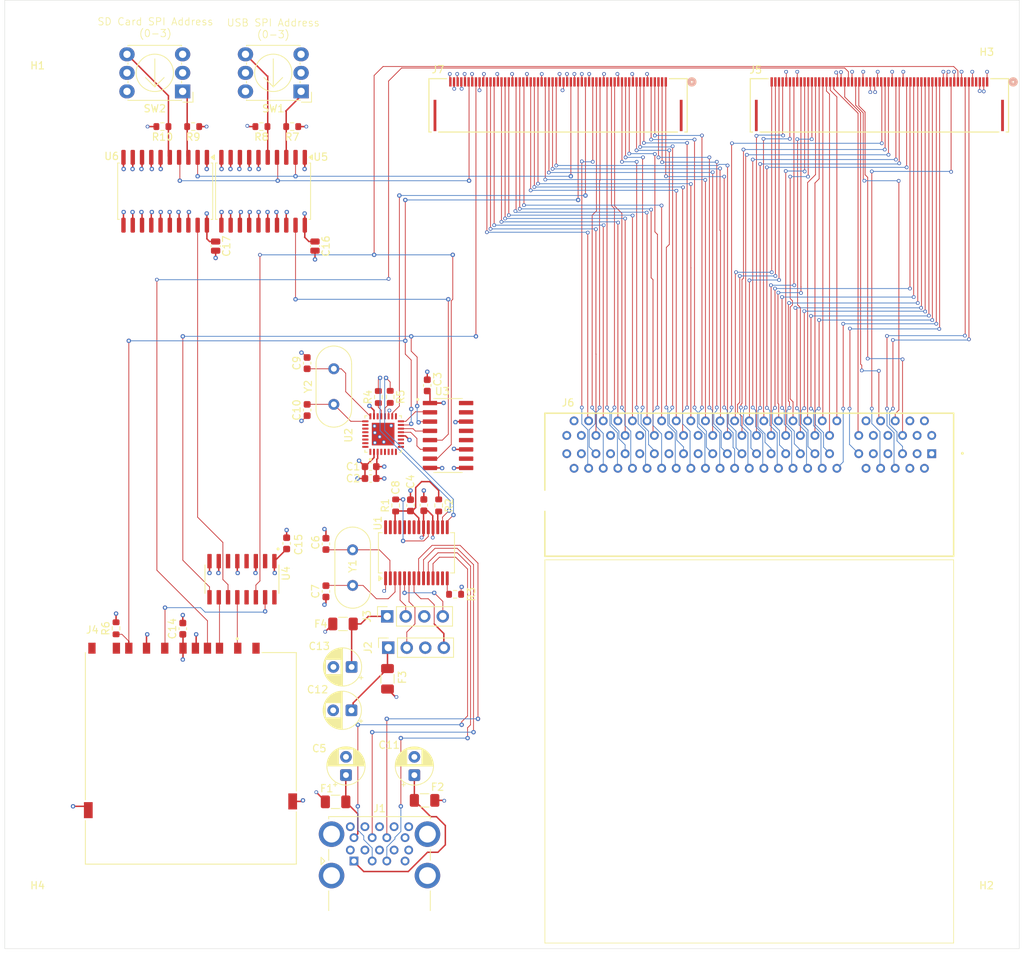
<source format=kicad_pcb>
(kicad_pcb (version 20241229) (generator "pcbnew") (generator_version "9.0")
  (layers (0 "F.Cu" signal) (4 "In1.Cu" signal) (6 "In2.Cu" signal) (2 "B.Cu" signal) (13 "F.Paste" user) (15 "B.Paste" user) (5 "F.SilkS" user "F.Silkscreen") (7 "B.SilkS" user "B.Silkscreen") (1 "F.Mask" user) (3 "B.Mask" user) (25 "Edge.Cuts" user))
  (net 0 "")
  (net 1 "GND")
  (net 2 "+5V")
  (net 3 "/USBPorts/VBUS_PIN2")
  (net 4 "Net-(U1-XOUT)")
  (net 5 "Net-(U1-XIN)")
  (net 6 "+3V3_INTERNAL")
  (net 7 "Net-(U2-XI)")
  (net 8 "Net-(U2-XO)")
  (net 9 "/USBPorts/VBUS_PIN1")
  (net 10 "/USBPorts/VBUS_PIN3")
  (net 11 "/USBPorts/VBUS_PIN4")
  (net 12 "/USBPorts/DM2")
  (net 13 "/USBPorts/DP2")
  (net 15 "/USBPorts/DP1")
  (net 18 "/USBPorts/DM1")
  (net 24 "/USBPorts/DP3")
  (net 25 "/USBPorts/DM3")
  (net 26 "/USBPorts/DP4")
  (net 27 "/USBPorts/DM4")
  (net 30 "/MezzanineConnector/SPI_CD")
  (net 31 "/MezzanineConnector/MISO")
  (net 32 "/SD_Card/MOSI")
  (net 33 "/SD_Card/~{CS}")
  (net 34 "/SD_Card/CLK")
  (net 36 "/MezzanineConnector/D10")
  (net 37 "/MezzanineConnector/CS1")
  (net 38 "/MezzanineConnector/D9")
  (net 39 "/MezzanineConnector/CTRL_17")
  (net 40 "/MezzanineConnector/D0")
  (net 41 "/MezzanineConnector/CTRL_13")
  (net 42 "/MezzanineConnector/CLK1")
  (net 43 "/MezzanineConnector/D1")
  (net 44 "/MezzanineConnector/CTRL_7")
  (net 45 "/MezzanineConnector/CTRL_6")
  (net 46 "/MezzanineConnector/CTRL_16")
  (net 47 "/MezzanineConnector/CLK2")
  (net 48 "/MezzanineConnector/CTRL_14")
  (net 49 "/MezzanineConnector/D8")
  (net 50 "/MezzanineConnector/SPI_CLK")
  (net 51 "/MezzanineConnector/CTRL_8")
  (net 52 "/MezzanineConnector/CTRL_4")
  (net 53 "/MezzanineConnector/CTRL_1")
  (net 54 "+3V3")
  (net 55 "/MezzanineConnector/~{RESET}")
  (net 56 "/MezzanineConnector/CTRL_11")
  (net 57 "/MezzanineConnector/CTRL_12")
  (net 58 "/MezzanineConnector/CTRL_10")
  (net 59 "/MezzanineConnector/CART")
  (net 60 "/MezzanineConnector/PROG")
  (net 61 "/MezzanineConnector/D3")
  (net 62 "/MezzanineConnector/CS0")
  (net 63 "/MezzanineConnector/CTRL_19")
  (net 64 "/MezzanineConnector/CLK3")
  (net 65 "/MezzanineConnector/D2")
  (net 66 "/MezzanineConnector/CTRL_18")
  (net 67 "/MezzanineConnector/CLK0")
  (net 68 "/MezzanineConnector/CS3")
  (net 69 "/MezzanineConnector/CTRL_2")
  (net 70 "/MezzanineConnector/CTRL_5")
  (net 71 "/MezzanineConnector/CS2")
  (net 72 "/MezzanineConnector/CTRL_15")
  (net 73 "/MezzanineConnector/CTRL_3")
  (net 74 "/MezzanineConnector/CTRL_9")
  (net 75 "/MezzanineConnector/A14")
  (net 76 "/MezzanineConnector/D13")
  (net 77 "/MezzanineConnector/A3")
  (net 78 "/MezzanineConnector/A4")
  (net 79 "/MezzanineConnector/A1")
  (net 80 "/MezzanineConnector/A5")
  (net 81 "/MezzanineConnector/A17")
  (net 82 "/MezzanineConnector/A15")
  (net 83 "/MezzanineConnector/A19")
  (net 84 "/MezzanineConnector/D7")
  (net 85 "/MezzanineConnector/A7")
  (net 86 "/MezzanineConnector/A9")
  (net 87 "/MezzanineConnector/A0")
  (net 88 "/MezzanineConnector/A13")
  (net 89 "/MezzanineConnector/D4")
  (net 90 "/MezzanineConnector/D15")
  (net 91 "/MezzanineConnector/D6")
  (net 92 "/MezzanineConnector/A16")
  (net 93 "/MezzanineConnector/A2")
  (net 94 "/MezzanineConnector/D11")
  (net 95 "/MezzanineConnector/MOSI")
  (net 96 "/MezzanineConnector/A21")
  (net 97 "/MezzanineConnector/D14")
  (net 98 "/MezzanineConnector/A22")
  (net 99 "/MezzanineConnector/SPI_CS1")
  (net 100 "/MezzanineConnector/A12")
  (net 101 "/MezzanineConnector/D5")
  (net 102 "/MezzanineConnector/SPI_CS0")
  (net 103 "/MezzanineConnector/A10")
  (net 104 "/MezzanineConnector/A20")
  (net 105 "/MezzanineConnector/D12")
  (net 106 "/MezzanineConnector/A23")
  (net 107 "/MezzanineConnector/A11")
  (net 108 "/MezzanineConnector/A6")
  (net 109 "/MezzanineConnector/~{SPI_INT}")
  (net 110 "/MezzanineConnector/A18")
  (net 111 "/MezzanineConnector/A8")
  (net 112 "Net-(U1-BUSJ)")
  (net 113 "Net-(U1-XRSTJ)")
  (net 114 "Net-(U1-REXT)")
  (net 115 "/USBPorts/D+")
  (net 116 "Net-(U2-D+)")
  (net 117 "/USBPorts/D-")
  (net 118 "Net-(U2-D-)")
  (net 119 "/MezzanineConnector/SEL3")
  (net 120 "/MezzanineConnector/SEL2")
  (net 121 "/MezzanineConnector/SEL1")
  (net 122 "/MezzanineConnector/SEL0")
  (net 132 "/USBPorts/CLK")
  (net 135 "/USBPorts/~{CS}")
  (net 146 "/USBPorts/MOSI")
  (net 152 "/MezzanineConnector/~{USB_CS}")
  (net 159 "/MezzanineConnector/~{SD_CS}")
  (footprint "Button_Switch_THT:Nidec_Copal_SH-7010C" (layer "F.Cu") (at 269.2245 156.3652 180)
    (property "Reference" "SW2")
    (property "Value" "SW_Coded_SH-7030")
  )
  (footprint "Connector_USB:USB3_A_Molex_48406-0001_Horizontal_Stacked" (layer "F.Cu") (at 292.698 261.8564)
    (property "Reference" "J1")
    (property "Value" "USB3_A_Stacked")
  )
  (footprint "Resistor_SMD:R_0603_1608Metric" (layer "F.Cu") (at 298.4104 213.121 90)
    (property "Reference" "R1")
    (property "Value" "100k")
  )
  (footprint "Resistor_SMD:R_0603_1608Metric" (layer "F.Cu") (at 270.6736 161.1912 180)
    (property "Reference" "R9")
    (property "Value" "4k7")
  )
  (footprint "Footprints:SOIC127P600X175-16N" (layer "F.Cu") (at 305.5874 203.533)
    (property "Reference" "U3")
    (property "Value" "CD74HC4050M96")
  )
  (footprint "Package_SO:SOIC-20W_7.5x12.8mm_P1.27mm" (layer "F.Cu") (at 280.2494 170.054 -90)
    (property "Reference" "U5")
    (property "Value" "74HC688")
  )
  (footprint "Footprints:CONN60_FH69-60S_HIR" (layer "F.Cu") (at 364.682683 158.28289)
    (property "Reference" "J5")
    (property "Value" "FH69-60S-0.5SH")
  )
  (footprint "Capacitor_THT:CP_Radial_D5.0mm_P2.50mm" (layer "F.Cu") (at 292.379512 235.2576 180)
    (property "Reference" "C13")
    (property "Value" "100u")
  )
  (footprint "Fuse:Fuse_1206_3216Metric" (layer "F.Cu") (at 302.3728 253.5456 180)
    (property "Reference" "F2")
    (property "Value" "1206L050YR")
  )
  (footprint "MountingHole:MountingHole_3.2mm_M3" (layer "F.Cu") (at 379.356 269.3656)
    (property "Reference" "H2")
    (property "Value" "MountingHole")
  )
  (footprint "Crystal:Crystal_HC49-U_Vertical" (layer "F.Cu") (at 292.5176 219.2048 -90)
    (property "Reference" "Y1")
    (property "Value" "ABL-12.000MHZ-B2")
  )
  (footprint "MountingHole:MountingHole_3.2mm_M3" (layer "F.Cu") (at 379.356 148.3656)
    (property "Reference" "H3")
    (property "Value" "MountingHole")
  )
  (footprint "Capacitor_SMD:C_0603_1608Metric" (layer "F.Cu") (at 283.4752 218.3188 90)
    (property "Reference" "C15")
    (property "Value" "100n")
  )
  (footprint "Connector_PinSocket_2.54mm:PinSocket_1x04_P2.54mm_Vertical" (layer "F.Cu") (at 297.3944 232.616 90)
    (property "Reference" "J2")
    (property "Value" "Conn_01x04")
  )
  (footprint "Capacitor_THT:CP_Radial_D5.0mm_P2.50mm" (layer "F.Cu") (at 300.9728 250.085426 90)
    (property "Reference" "C11")
    (property "Value" "100u")
  )
  (footprint "MountingHole:MountingHole_3.2mm_M3" (layer "F.Cu") (at 249.356 148.3656)
    (property "Reference" "H1")
    (property "Value" "MountingHole")
  )
  (footprint "Capacitor_SMD:C_0603_1608Metric" (layer "F.Cu") (at 286.2834 193.614 -90)
    (property "Reference" "C9")
    (property "Value" "22p")
  )
  (footprint "MountingHole:MountingHole_3.2mm_M3" (layer "F.Cu") (at 249.356 269.3656)
    (property "Reference" "H4")
    (property "Value" "MountingHole")
  )
  (footprint "Resistor_SMD:R_0603_1608Metric" (layer "F.Cu") (at 296.037 198.262 -90)
    (property "Reference" "R4")
    (property "Value" "33")
  )
  (footprint "Capacitor_SMD:C_0504_1310Metric_Pad0.83x1.28mm_HandSolder" (layer "F.Cu") (at 273.747 177.5724 -90)
    (property "Reference" "C17")
    (property "Value" "100n")
  )
  (footprint "Capacitor_SMD:C_0603_1608Metric" (layer "F.Cu") (at 269.2512 230.0122 90)
    (property "Reference" "C14")
    (property "Value" "100n")
  )
  (footprint "Package_SO:SOIC-20W_7.5x12.8mm_P1.27mm" (layer "F.Cu") (at 266.8382 170.054 -90)
    (property "Reference" "U6")
    (property "Value" "74HC688")
  )
  (footprint "Resistor_SMD:R_0603_1608Metric" (layer "F.Cu") (at 260.1072 229.9622 -90)
    (property "Reference" "R6")
    (property "Value" "10k")
  )
  (footprint "Footprints:QFN50P500X500X80-33N" (layer "F.Cu") (at 296.6946 203.341 90)
    (property "Reference" "U2")
    (property "Value" "MAX3421EETJ_T")
  )
  (footprint "Capacitor_SMD:C_0504_1310Metric_Pad0.83x1.28mm_HandSolder" (layer "F.Cu") (at 287.3614 177.5724 -90)
    (property "Reference" "C16")
    (property "Value" "100n")
  )
  (footprint "Capacitor_SMD:C_0603_1608Metric" (layer "F.Cu") (at 288.86 218.392 -90)
    (property "Reference" "C6")
    (property "Value" "22p")
  )
  (footprint "Connector_PinSocket_2.54mm:PinSocket_1x04_P2.54mm_Vertical" (layer "F.Cu") (at 297.252 228.3238 90)
    (property "Reference" "J3")
    (property "Value" "Conn_01x04")
  )
  (footprint "Capacitor_SMD:C_0603_1608Metric" (layer "F.Cu") (at 294.9832 207.8002 180)
    (property "Reference" "C1")
    (property "Value" "1u")
  )
  (footprint "Resistor_SMD:R_0603_1608Metric" (layer "F.Cu") (at 306.5506 225.3008)
    (property "Reference" "R3")
    (property "Value" "2k7")
  )
  (footprint "Resistor_SMD:R_0603_1608Metric" (layer "F.Cu") (at 284.2372 161.1912 180)
    (property "Reference" "R7")
    (property "Value" "4k7")
  )
  (footprint "Resistor_SMD:R_0603_1608Metric" (layer "F.Cu") (at 280.0208 161.1912)
    (property "Reference" "R8")
    (property "Value" "4k7")
  )
  (footprint "Resistor_SMD:R_0603_1608Metric" (layer "F.Cu") (at 266.4572 161.1912)
    (property "Reference" "R10")
    (property "Value" "4k7")
  )
  (footprint "Capacitor_SMD:C_0603_1608Metric" (layer "F.Cu") (at 286.2834 200.0408 90)
    (property "Reference" "C10")
    (property "Value" "22p")
  )
  (footprint "Fuse:Fuse_1206_3216Metric" (layer "F.Cu") (at 291.1968 229.3648)
    (property "Reference" "F4")
    (property "Value" "1206L050YR")
  )
  (footprint "Resistor_SMD:R_0603_1608Metric" (layer "F.Cu") (at 304.3032 213.121 -90)
    (property "Reference" "R2")
    (property "Value" "100k")
  )
  (footprint "Package_SO:SSOP-28_5.3x10.2mm_P0.65mm" (layer "F.Cu") (at 301.2552 219.6112 90)
    (property "Reference" "U1")
    (property "Value" "FE1.1S-BSOP28BCN")
  )
  (footprint "Capacitor_THT:CP_Radial_D5.0mm_P2.50mm" (layer "F.Cu") (at 291.6032 250.077113 90)
    (property "Reference" "C5")
    (property "Value" "100u")
  )
  (footprint "Fuse:Fuse_1206_3216Metric" (layer "F.Cu") (at 290.1808 253.7488)
    (property "Reference" "F1")
    (property "Value" "1206L050YR")
  )
  (footprint "Footprints:AMPHENOL_10067847-001RLF" (layer "F.Cu") (at 269.9028 256.9869)
    (property "Reference" "J4")
    (property "Value" "10067847-001RLF")
  )
  (footprint "Capacitor_SMD:C_0603_1608Metric" (layer "F.Cu") (at 294.9832 209.4258 180)
    (property "Reference" "C2")
    (property "Value" "100n")
  )
  (footprint "Crystal:Crystal_HC49-U_Vertical" (layer "F.Cu") (at 289.941 199.2674 90)
    (property "Reference" "Y2")
    (property "Value" "ABL-12.000MHZ-B2")
  )
  (footprint "Footprints:SOIC127P600X175-16N" (layer "F.Cu") (at 277.3538 223.2322 -90)
    (property "Reference" "U4")
    (property "Value" "CD74HC4050M96")
  )
  (footprint "Capacitor_THT:CP_Radial_D5.0mm_P2.50mm" (layer "F.Cu") (at 292.351113 241.2012 180)
    (property "Reference" "C12")
    (property "Value" "100u")
  )
  (footprint "Capacitor_SMD:C_0603_1608Metric" (layer "F.Cu") (at 302.7426 196.662 -90)
    (property "Reference" "C3")
    (property "Value" "100n")
  )
  (footprint "Footprints:CONN60_FH69-60S_HIR" (layer "F.Cu") (at 320.660203 158.28289)
    (property "Reference" "J7")
    (property "Value" "FH69-60S-0.5SH")
  )
  (footprint "Capacitor_SMD:C_0603_1608Metric" (layer "F.Cu") (at 302.2712 213.071 90)
    (property "Reference" "C4")
    (property "Value" "10u")
  )
  (footprint "Footprints:SAMTEC_PCIE-098-02-X-D-RA" (layer "F.Cu") (at 346.8512 210.2788)
    (property "Reference" "J6")
    (property "Value" "pBITzBus")
  )
  (footprint "Capacitor_SMD:C_0603_1608Metric" (layer "F.Cu") (at 288.86 224.8944 90)
    (property "Reference" "C7")
    (property "Value" "22p")
  )
  (footprint "Capacitor_SMD:C_0603_1608Metric" (layer "F.Cu") (at 300.4424 213.1088 90)
    (property "Reference" "C8")
    (property "Value" "10u")
  )
  (footprint "Resistor_SMD:R_0603_1608Metric" (layer "F.Cu") (at 297.6626 198.2376 -90)
    (property "Reference" "R5")
    (property "Value" "33")
  )
  (footprint "Button_Switch_THT:Nidec_Copal_SH-7010C" (layer "F.Cu") (at 285.4564 156.3652 180)
    (property "Reference" "SW1")
    (property "Value" "SW_Coded_SH-7030")
  )
  (footprint "Fuse:Fuse_1206_3216Metric" (layer "F.Cu") (at 297.2928 236.8832 90)
    (property "Reference" "F3")
    (property "Value" "1206L050YR")
  )
  (gr_line (start 318.8512 273.1036) (end 374.8512 273.1036) (stroke (width 0.1)) (layer "F.SilkS"))
  (gr_line (start 318.8512 220.5764) (end 318.8512 273.1036) (stroke (width 0.1)) (layer "F.SilkS"))
  (gr_line (start 318.8512 220.5764) (end 374.8512 220.5764) (stroke (width 0.1)) (layer "F.SilkS"))
  (gr_line (start 374.8512 220.5764) (end 374.8512 273.1036) (stroke (width 0.1)) (layer "F.SilkS"))
  (gr_rect (start 244.856 143.8656) (end 383.856 273.8656) (stroke (width 0.05)) (fill no) (layer "Edge.Cuts"))
  (gr_text "SD Card SPI Address\n(0-3)" (at 265.492 148.9992 0) (layer "F.SilkS") (effects (font (size 1 1) (thickness 0.1)) (justify bottom)))
  (gr_text "USB SPI Address\n(0-3)" (at 281.6464 149.1516 0) (layer "F.SilkS") (effects (font (size 1 1) (thickness 0.1)) (justify bottom)))
  (segment (start 279.6398 174.6786) (end 279.6398 172.8988) (width 0.2) (layer "F.Cu") (net 1))
  (segment (start 307.406864 155.067199) (end 307.406864 155.963664) (width 0.1016) (layer "F.Cu") (net 1))
  (segment (start 324.911274 155.067199) (end 324.911274 153.994326) (width 0.1016) (layer "F.Cu") (net 1))
  (segment (start 279.2588 222.332) (end 279.208 222.3828) (width 0.2) (layer "F.Cu") (net 1))
  (segment (start 306.8432 155.003661) (end 306.8432 153.9776) (width 0.1016) (layer "F.Cu") (net 1))
  (segment (start 262.3932 174.704) (end 262.3932 172.9242) (width 0.2) (layer "F.Cu") (net 1))
  (segment (start 255.7743 254.3584) (end 254.2144 254.3584) (width 0.2) (layer "F.Cu") (net 1))
  (segment (start 264.9332 174.704) (end 264.9332 172.975) (width 0.2) (layer "F.Cu") (net 1))
  (segment (start 280.8844 172.9242) (end 280.859 172.8988) (width 0.2) (layer "F.Cu") (net 1))
  (segment (start 274.5344 172.9242) (end 274.5598 172.8988) (width 0.2) (layer "F.Cu") (net 1))
  (segment (start 306.6796 201.628) (end 306.6034 201.7042) (width 0.2) (layer "F.Cu") (net 1))
  (segment (start 310.40762 155.067199) (end 310.5008 154.974019) (width 0.1016) (layer "F.Cu") (net 1))
  (segment (start 297.4446 200.906) (end 297.4446 200.2062) (width 0.1016) (layer "F.Cu") (net 1))
  (segment (start 272.5532 166.9806) (end 272.5278 167.006) (width 0.2) (layer "F.Cu") (net 1))
  (segment (start 330.912786 155.067199) (end 330.912786 154.069586) (width 0.1016) (layer "F.Cu") (net 1))
  (segment (start 308.0624 207.978) (end 306.4256 207.978) (width 0.2) (layer "F.Cu") (net 1))
  (segment (start 379.4364 155.067199) (end 379.4364 153.6728) (width 0.1016) (layer "F.Cu") (net 1))
  (segment (start 323.911022 155.067199) (end 323.911022 153.978578) (width 0.1016) (layer "F.Cu") (net 1))
  (segment (start 268.7432 174.704) (end 268.7432 172.975) (width 0.2) (layer "F.Cu") (net 1))
  (segment (start 271.08 232.5847) (end 271.08 230.7872) (width 0.2) (layer "F.Cu") (net 1))
  (segment (start 364.43262 155.067199) (end 364.43262 153.69058) (width 0.1016) (layer "F.Cu") (net 1))
  (segment (start 274.5344 166.9806) (end 274.5598 167.006) (width 0.2) (layer "F.Cu") (net 1))
  (segment (start 366.433124 155.067199) (end 366.433124 153.674324) (width 0.1016) (layer "F.Cu") (net 1))
  (segment (start 261.1232 174.704) (end 261.1232 172.9242) (width 0.2) (layer "F.Cu") (net 1))
  (segment (start 374.935266 155.067199) (end 374.935266 153.692866) (width 0.1016) (layer "F.Cu") (net 1))
  (segment (start 332.91329 154.03809) (end 332.8528 153.9776) (width 0.1016) (layer "F.Cu") (net 1))
  (segment (start 362.432116 155.067199) (end 362.432116 153.709884) (width 0.1016) (layer "F.Cu") (net 1))
  (segment (start 307.3756 225.3008) (end 307.3756 224.362) (width 0.1016) (layer "F.Cu") (net 1))
  (segment (start 266.2032 174.704) (end 266.2032 172.9242) (width 0.2) (layer "F.Cu") (net 1))
  (segment (start 332.91329 155.067199) (end 332.91329 154.03809) (width 0.1016) (layer "F.Cu") (net 1))
  (segment (start 278.3444 172.975) (end 278.4206 172.8988) (width 0.2) (layer "F.Cu") (net 1))
  (segment (start 295.7582 209.4258) (end 296.8498 209.4258) (width 0.2) (layer "F.Cu") (net 1))
  (segment (start 320.910266 154.023866) (end 320.864 153.9776) (width 0.1016) (layer "F.Cu") (net 1))
  (segment (start 276.7188 220.7572) (end 276.7188 222.332) (width 0.2) (layer "F.Cu") (net 1))
  (segment (start 263.6632 172.975) (end 263.587 172.8988) (width 0.2) (layer "F.Cu") (net 1))
  (segment (start 314.408628 155.067199) (end 314.408628 154.024628) (width 0.1016) (layer "F.Cu") (net 1))
  (segment (start 322.91077 153.99237) (end 322.896 153.9776) (width 0.1016) (layer "F.Cu") (net 1))
  (segment (start 308.8752 155.035157) (end 308.8752 153.9776) (width 0.1016) (layer "F.Cu") (net 1))
  (segment (start 295.8338 206.7842) (end 295.8338 207.7246) (width 0.2) (layer "F.Cu") (net 1))
  (segment (start 364.43262 153.69058) (end 364.4504 153.6728) (width 0.1016) (layer "F.Cu") (net 1))
  (segment (start 316.409132 155.067199) (end 316.409132 153.993132) (width 0.1016) (layer "F.Cu") (net 1))
  (segment (start 280.8844 174.704) (end 280.8844 172.9242) (width 0.2) (layer "F.Cu") (net 1))
  (segment (start 306.4256 207.978) (end 306.4002 208.0034) (width 0.2) (layer "F.Cu") (net 1))
  (segment (start 309.907494 156.196506) (end 309.8912 156.2128) (width 0.1016) (layer "F.Cu") (net 1))
  (segment (start 269.2512 229.2372) (end 269.2512 228.1456) (width 0.2) (layer "F.Cu") (net 1))
  (segment (start 256.3028 254.8869) (end 255.7743 254.3584) (width 0.2) (layer "F.Cu") (net 1))
  (segment (start 295.7582 207.8002) (end 296.8498 207.8002) (width 0.2) (layer "F.Cu") (net 1))
  (segment (start 307.90699 154.02539) (end 307.8592 153.9776) (width 0.1016) (layer "F.Cu") (net 1))
  (segment (start 266.2032 165.404) (end 266.2032 166.9806) (width 0.2) (layer "F.Cu") (net 1))
  (segment (start 322.91077 155.067199) (end 322.91077 153.99237) (width 0.1016) (layer "F.Cu") (net 1))
  (segment (start 310.5008 154.974019) (end 310.5008 153.9776) (width 0.1016) (layer "F.Cu") (net 1))
  (segment (start 360.931738 155.067199) (end 360.931738 153.686262) (width 0.1016) (layer "F.Cu") (net 1))
  (segment (start 375.935518 153.677118) (end 375.9312 153.6728) (width 0.1016) (layer "F.Cu") (net 1))
  (segment (start 278.3444 166.9298) (end 278.4206 167.006) (width 0.2) (layer "F.Cu") (net 1))
  (segment (start 328.912282 155.067199) (end 328.912282 154.101082) (width 0.1016) (layer "F.Cu") (net 1))
  (segment (start 279.6144 166.9806) (end 279.6398 167.006) (width 0.2) (layer "F.Cu") (net 1))
  (segment (start 330.912786 154.069586) (end 330.8208 153.9776) (width 0.1016) (layer "F.Cu") (net 1))
  (segment (start 276.7188 222.332) (end 276.7696 222.3828) (width 0.2) (layer "F.Cu") (net 1))
  (segment (start 302.7426 195.887) (end 302.7426 194.7954) (width 0.2) (layer "F.Cu") (net 1))
  (segment (start 275.8044 166.9806) (end 275.779 167.006) (width 0.2) (layer "F.Cu") (net 1))
  (segment (start 320.910266 155.067199) (end 320.910266 154.023866) (width 0.1016) (layer "F.Cu") (net 1))
  (segment (start 278.3444 174.704) (end 278.3444 172.975) (width 0.2) (layer "F.Cu") (net 1))
  (segment (start 272.9088 220.7572) (end 272.9088 222.3828) (width 0.2) (layer "F.Cu") (net 1))
  (segment (start 288.86 226.52) (end 288.6568 226.7232) (width 0.2) (layer "F.Cu") (net 1))
  (segment (start 367.933502 153.694898) (end 367.9556 153.6728) (width 0.1016) (layer "F.Cu") (net 1))
  (segment (start 326.911778 154.025822) (end 326.96 153.9776) (width 0.1016) (layer "F.Cu") (net 1))
  (segment (start 377.435896 153.704296) (end 377.4044 153.6728) (width 0.1016) (layer "F.Cu") (net 1))
  (segment (start 306.906738 155.067199) (end 306.8432 155.003661) (width 0.1016) (layer "F.Cu") (net 1))
  (segment (start 321.910518 155.067199) (end 321.88 155.036681) (width 0.1016) (layer "F.Cu") (net 1))
  (segment (start 300.4424 212.3338) (end 300.4424 211.0768) (width 0.2) (layer "F.Cu") (net 1))
  (segment (start 279.2588 220.7572) (end 279.2588 222.332) (width 0.2) (layer "F.Cu") (net 1))
  (segment (start 285.5691 253.6869) (end 285.7104 253.5456) (width 0.2) (layer "F.Cu") (net 1))
  (segment (start 316.409132 153.993132) (end 316.3936 153.9776) (width 0.1016) (layer "F.Cu") (net 1))
  (segment (start 285.9644 166.9806) (end 285.939 167.006) (width 0.2) (layer "F.Cu") (net 1))
  (segment (start 261.1232 172.9242) (end 261.1486 172.8988) (width 0.2) (layer "F.Cu") (net 1))
  (segment (start 318.409636 153.993564) (end 318.4256 153.9776) (width 0.1016) (layer "F.Cu") (net 1))
  (segment (start 351.92947 153.69947) (end 351.9028 153.6728) (width 0.1016) (layer "F.Cu") (net 1))
  (segment (start 288.86 216.5632) (end 288.6568 216.36) (width 0.2) (layer "F.Cu") (net 1))
  (segment (start 295.8338 207.7246) (end 295.7582 207.8002) (width 0.2) (layer "F.Cu") (net 1))
  (segment (start 314.408628 154.024628) (end 314.3616 153.9776) (width 0.1016) (layer "F.Cu") (net 1))
  (segment (start 261.1232 166.9806) (end 261.1486 167.006) (width 0.2) (layer "F.Cu") (net 1))
  (segment (start 275.8044 174.704) (end 275.8044 172.9242) (width 0.2) (layer "F.Cu") (net 1))
  (segment (start 306.4368 155.09739) (end 306.4368 156.0096) (width 0.1016) (layer "F.Cu") (net 1))
  (segment (start 326.911778 155.067199) (end 326.911778 154.025822) (width 0.1016) (layer "F.Cu") (net 1))
  (segment (start 295.8338 206.7842) (end 295.9446 206.6734) (width 0.2) (layer "F.Cu") (net 1))
  (segment (start 284.3028 253.6869) (end 285.5691 253.6869) (width 0.2) (layer "F.Cu") (net 1))
  (segment (start 282.1544 174.704) (end 282.1544 172.975) (width 0.2) (layer "F.Cu") (net 1))
  (segment (start 353.429848 153.675848) (end 353.4268 153.6728) (width 0.1016) (layer "F.Cu") (net 1))
  (segment (start 307.3756 224.362) (end 307.4528 224.2848) (width 0.1016) (layer "F.Cu") (net 1))
  (segment (start 264.2778 232.6869) (end 264.2778 230.8838) (width 0.2) (layer "F.Cu") (net 1))
  (segment (start 375.935518 155.067199) (end 375.935518 153.677118) (width 0.1016) (layer "F.Cu") (net 1))
  (segment (start 353.429848 155.067199) (end 353.429848 153.675848) (width 0.1016) (layer "F.Cu") (net 1))
  (segment (start 285.6236 192.1792) (end 285.5072 192.1792) (width 0.1016) (layer "F.Cu") (net 1))
  (segment (start 288.86 217.617) (end 288.86 216.5632) (width 0.2) (layer "F.Cu") (net 1))
  (segment (start 273.747 178.1999) (end 273.747 179.198) (width 0.2) (layer "F.Cu") (net 1))
  (segment (start 274.5344 174.704) (end 274.5344 172.9242) (width 0.2) (layer "F.Cu") (net 1))
  (segment (start 270.9778 232.6869) (end 271.08 232.5847) (width 0.2) (layer "F.Cu") (net 1))
  (segment (start 264.2778 230.8838) (end 264.3744 230.7872) (width 0.2) (layer "F.Cu") (net 1))
  (segment (start 360.931738 153.686262) (end 360.9452 153.6728) (width 0.1016) (layer "F.Cu") (net 1))
  (segment (start 295.7582 209.4258) (end 295.7582 207.8002) (width 0.2) (layer "F.Cu") (net 1))
  (segment (start 264.9332 165.404) (end 264.9332 166.9298) (width 0.2) (layer "F.Cu") (net 1))
  (segment (start 305.906483 155.067199) (end 305.8272 154.987916) (width 0.1016) (layer "F.Cu") (net 1))
  (segment (start 278.3444 165.404) (end 278.3444 166.9298) (width 0.2) (layer "F.Cu") (net 1))
  (segment (start 262.3932 172.9242) (end 262.3678 172.8988) (width 0.2) (layer "F.Cu") (net 1))
  (segment (start 297.0388 223.1198) (end 297.0388 224.6404) (width 0.1016) (layer "F.Cu") (net 1))
  (segment (start 274.5344 165.404) (end 274.5344 166.9806) (width 0.2) (layer "F.Cu") (net 1))
  (segment (start 277.0744 174.704) (end 277.0744 173.0258) (width 0.2) (layer "F.Cu") (net 1))
  (segment (start 283.4244 174.704) (end 283.4244 172.975) (width 0.2) (layer "F.Cu") (net 1))
  (segment (start 303.1124 207.978) (end 304.7492 207.978) (width 0.2) (layer "F.Cu") (net 1))
  (segment (start 302.2712 212.296) (end 302.2712 211.0768) (width 0.2) (layer "F.Cu") (net 1))
  (segment (start 266.2032 172.9242) (end 266.2286 172.8988) (width 0.2) (layer "F.Cu") (net 1))
  (segment (start 266.2032 166.9806) (end 266.2286 167.006) (width 0.2) (layer "F.Cu") (net 1))
  (segment (start 275.8044 172.9242) (end 275.779 172.8988) (width 0.2) (layer "F.Cu") (net 1))
  (segment (start 321.410392 155.067199) (end 321.410392 156.072808) (width 0.1016) (layer "F.Cu") (net 1))
  (segment (start 305.8272 154.987916) (end 305.8272 153.9776) (width 0.1016) (layer "F.Cu") (net 1))
  (segment (start 328.912282 154.101082) (end 328.7888 153.9776) (width 0.1016) (layer "F.Cu") (net 1))
  (segment (start 297.4446 200.2062) (end 297.5468 200.104) (width 0.1016) (layer "F.Cu") (net 1))
  (segment (start 308.0624 201.628) (end 306.6796 201.628) (width 0.2) (layer "F.Cu") (net 1))
  (segment (start 308.907242 155.067199) (end 308.8752 155.035157) (width 0.1016) (layer "F.Cu") (net 1))
  (segment (start 306.406609 155.067199) (end 306.4368 155.09739) (width 0.1016) (layer "F.Cu") (net 1))
  (segment (start 274.1788 222.332) (end 274.128 222.3828) (width 0.2) (layer "F.Cu") (net 1))
  (segment (start 312.408124 155.067199) (end 312.408124 154.056124) (width 0.1016) (layer "F.Cu") (net 1))
  (segment (start 263.6632 165.404) (end 263.6632 166.9298) (width 0.2) (layer "F.Cu") (net 1))
  (segment (start 277.0744 166.9298) (end 276.9982 167.006) (width 0.2) (layer "F.Cu") (net 1))
  (segment (start 263.6632 166.9298) (end 263.587 167.006) (width 0.2) (layer "F.Cu") (net 1))
  (segment (start 297.0388 224.6404) (end 296.8356 224.8436) (width 0.1016) (layer "F.Cu") (net 1))
  (segment (start 318.409636 155.067199) (end 318.409636 153.993564) (width 0.1016) (layer "F.Cu") (net 1))
  (segment (start 282.1544 172.975) (end 282.0782 172.8988) (width 0.2) (layer "F.Cu") (net 1))
  (segment (start 283.4244 172.975) (end 283.5006 172.8988) (width 0.2) (layer "F.Cu") (net 1))
  (segment (start 351.92947 155.067199) (end 351.92947 153.69947) (width 0.1016) (layer "F.Cu") (net 1))
  (segment (start 270.0132 172.975) (end 270.0894 172.8988) (width 0.2) (layer "F.Cu") (net 1))
  (segment (start 287.3614 178.1999) (end 287.3614 179.4012) (width 0.2) (layer "F.Cu") (net 1))
  (segment (start 323.911022 153.978578) (end 323.912 153.9776) (width 0.1016) (layer "F.Cu") (net 1))
  (segment (start 262.3932 165.404) (end 262.3932 166.9806) (width 0.2) (layer "F.Cu") (net 1))
  (segment (start 261.1232 165.404) (end 261.1232 166.9806) (width 0.2) (layer "F.Cu") (net 1))
  (segment (start 286.2834 192.839) (end 285.6236 192.1792) (width 0.1016) (layer "F.Cu") (net 1))
  (segment (start 267.4732 172.9242) (end 267.4478 172.8988) (width 0.2) (layer "F.Cu") (net 1))
  (segment (start 285.5728 201.5264) (end 285.5072 201.5264) (width 0.1016) (layer "F.Cu") (net 1))
  (segment (start 374.935266 153.692866) (end 374.9152 153.6728) (width 0.1016) (layer "F.Cu") (net 1))
  (segment (start 277.0744 173.0258) (end 277.2014 172.8988) (width 0.2) (layer "F.Cu") (net 1))
  (segment (start 288.86 225.6694) (end 288.86 226.52) (width 0.2) (layer "F.Cu") (net 1))
  (segment (start 274.1788 220.7572) (end 274.1788 222.332) (width 0.2) (layer "F.Cu") (net 1))
  (segment (start 264.9332 172.975) (end 265.0094 172.8988) (width 0.2) (layer "F.Cu") (net 1))
  (segment (start 262.3932 166.9806) (end 262.3678 167.006) (width 0.2) (layer "F.Cu") (net 1))
  (segment (start 321.88 155.036681) (end 321.88 153.9776) (width 0.1016) (layer "F.Cu") (net 1))
  (segment (start 279.6144 174.704) (end 279.6398 174.6786) (width 0.2) (layer "F.Cu") (net 1))
  (segment (start 263.6632 174.704) (end 263.6632 172.975) (width 0.2) (layer "F.Cu") (net 1))
  (segment (start 304.7492 207.978) (end 304.7746 208.0034) (width 0.2) (layer "F.Cu") (net 1))
  (segment (start 279.6144 165.404) (end 279.6144 166.9806) (width 0.2) (layer "F.Cu") (net 1))
  (segment (start 312.408124 154.056124) (end 312.3296 153.9776) (width 0.1016) (layer "F.Cu") (net 1))
  (segment (start 267.4732 174.704) (end 267.4732 172.9242) (width 0.2) (layer "F.Cu") (net 1))
  (segment (start 309.907494 155.067199) (end 309.907494 156.196506) (width 0.1016) (layer "F.Cu") (net 1))
  (segment (start 270.0132 174.704) (end 270.0132 172.975) (width 0.2) (layer "F.Cu") (net 1))
  (segment (start 268.7432 172.975) (end 268.667 172.8988) (width 0.2) (layer "F.Cu") (net 1))
  (segment (start 308.0624 205.438) (end 306.4764 205.438) (width 0.2) (layer "F.Cu") (net 1))
  (segment (start 307.406864 155.963664) (end 307.4528 156.0096) (width 0.1016) (layer "F.Cu") (net 1))
  (segment (start 362.432116 153.709884) (end 362.4692 153.6728) (width 0.1016) (layer "F.Cu") (net 1))
  (segment (start 285.9644 165.404) (end 285.9644 166.9806) (width 0.2) (layer "F.Cu") (net 1))
  (segment (start 377.435896 155.067199) (end 377.435896 153.704296) (width 0.1016) (layer "F.Cu") (net 1))
  (segment (start 367.933502 155.067199) (end 367.933502 153.694898) (width 0.1016) (layer "F.Cu") (net 1))
  (segment (start 306.4764 205.438) (end 306.4002 205.3618) (width 0.2) (layer "F.Cu") (net 1))
  (segment (start 295.9446 206.6734) (end 295.9446 205.776) (width 0.2) (layer "F.Cu") (net 1))
  (segment (start 307.90699 155.067199) (end 307.90699 154.02539) (width 0.1016) (layer "F.Cu") (net 1))
  (segment (start 277.0744 165.404) (end 277.0744 166.9298) (width 0.2) (layer "F.Cu") (net 1))
  (segment (start 297.0302 223.1112) (end 297.0388 223.1198) (width 0.1016) (layer "F.Cu") (net 1))
  (segment (start 286.2834 200.8158) (end 285.5728 201.5264) (width 0.1016) (layer "F.Cu") (net 1))
  (segment (start 283.4752 217.5438) (end 283.4752 216.49) (width 0.2) (layer "F.Cu") (net 1))
  (segment (start 272.5532 165.404) (end 272.5532 166.9806) (width 0.2) (layer "F.Cu") (net 1))
  (segment (start 366.433124 153.674324) (end 366.4316 153.6728) (width 0.1016) (layer "F.Cu") (net 1))
  (segment (start 324.911274 153.994326) (end 324.928 153.9776) (width 0.1016) (layer "F.Cu") (net 1))
  (segment (start 275.8044 165.404) (end 275.8044 166.9806) (width 0.2) (layer "F.Cu") (net 1))
  (segment (start 321.410392 156.072808) (end 321.2704 156.2128) (width 0.1016) (layer "F.Cu") (net 1))
  (segment (start 264.9332 166.9298) (end 265.0094 167.006) (width 0.2) (layer "F.Cu") (net 1))
  (via (at 285.939 167.006) (size 0.6) (drill 0.3) (layers "F.Cu" "B.Cu") (net 1))
  (via (at 278.4206 167.006) (size 0.6) (drill 0.3) (layers "F.Cu" "B.Cu") (net 1))
  (via (at 268.667 172.8988) (size 0.6) (drill 0.3) (layers "F.Cu" "B.Cu") (net 1))
  (via (at 318.4256 153.9776) (size 0.508) (drill 0.3048) (layers "F.Cu" "B.Cu") (net 1))
  (via (at 364.4504 153.6728) (size 0.508) (drill 0.3048) (layers "F.Cu" "B.Cu") (net 1))
  (via (at 288.6568 226.7232) (size 0.6) (drill 0.3) (layers "F.Cu" "B.Cu") (net 1))
  (via (at 266.2286 172.8988) (size 0.6) (drill 0.3) (layers "F.Cu" "B.Cu") (net 1))
  (via (at 302.2712 211.0768) (size 0.6) (drill 0.3) (layers "F.Cu" "B.Cu") (net 1))
  (via (at 295.5148 202.2376) (size 0.508) (drill 0.3048) (layers "F.Cu" "B.Cu") (net 1))
  (via (at 263.587 172.8988) (size 0.6) (drill 0.3) (layers "F.Cu" "B.Cu") (net 1))
  (via (at 296.226 203.7108) (size 0.508) (drill 0.3048) (layers "F.Cu" "B.Cu") (net 1))
  (via (at 305.8272 153.9776) (size 0.508) (drill 0.3048) (layers "F.Cu" "B.Cu") (net 1))
  (via (at 282.0782 172.8988) (size 0.6) (drill 0.3) (layers "F.Cu" "B.Cu") (net 1))
  (via (at 375.9312 153.6728) (size 0.508) (drill 0.3048) (layers "F.Cu" "B.Cu") (net 1))
  (via (at 279.6398 167.006) (size 0.6) (drill 0.3) (layers "F.Cu" "B.Cu") (net 1))
  (via (at 277.2014 172.8988) (size 0.6) (drill 0.3) (layers "F.Cu" "B.Cu") (net 1))
  (via (at 353.4268 153.6728) (size 0.508) (drill 0.3048) (layers "F.Cu" "B.Cu") (net 1))
  (via (at 269.2512 228.1456) (size 0.6) (drill 0.3) (layers "F.Cu" "B.Cu") (net 1))
  (via (at 265.0094 167.006) (size 0.6) (drill 0.3) (layers "F.Cu" "B.Cu") (net 1))
  (via (at 307.4528 224.2848) (size 0.6) (drill 0.3) (layers "F.Cu" "B.Cu") (net 1))
  (via (at 266.2286 167.006) (size 0.6) (drill 0.3) (layers "F.Cu" "B.Cu") (net 1))
  (via (at 272.5278 167.006) (size 0.6) (drill 0.3) (layers "F.Cu" "B.Cu") (net 1))
  (via (at 261.1486 167.006) (size 0.6) (drill 0.3) (layers "F.Cu" "B.Cu") (net 1))
  (via (at 324.928 153.9776) (size 0.508) (drill 0.3048) (layers "F.Cu" "B.Cu") (net 1))
  (via (at 323.912 153.9776) (size 0.508) (drill 0.3048) (layers "F.Cu" "B.Cu") (net 1))
  (via (at 278.4206 172.8988) (size 0.6) (drill 0.3) (layers "F.Cu" "B.Cu") (net 1))
  (via (at 307.4528 156.0096) (size 0.508) (drill 0.3048) (layers "F.Cu" "B.Cu") (net 1))
  (via (at 295.5656 204.5236) (size 0.508) (drill 0.3048) (layers "F.Cu" "B.Cu") (net 1))
  (via (at 306.8432 153.9776) (size 0.508) (drill 0.3048) (layers "F.Cu" "B.Cu") (net 1))
  (via (at 272.9088 222.3828) (size 0.6) (drill 0.3) (layers "F.Cu" "B.Cu") (net 1))
  (via (at 321.88 153.9776) (size 0.508) (drill 0.3048) (layers "F.Cu" "B.Cu") (net 1))
  (via (at 374.9152 153.6728) (size 0.508) (drill 0.3048) (layers "F.Cu" "B.Cu") (net 1))
  (via (at 362.4692 153.6728) (size 0.508) (drill 0.3048) (layers "F.Cu" "B.Cu") (net 1))
  (via (at 276.7696 222.3828) (size 0.6) (drill 0.3) (layers "F.Cu" "B.Cu") (net 1))
  (via (at 330.8208 153.9776) (size 0.508) (drill 0.3048) (layers "F.Cu" "B.Cu") (net 1))
  (via (at 274.5598 167.006) (size 0.6) (drill 0.3) (layers "F.Cu" "B.Cu") (net 1))
  (via (at 274.5598 172.8988) (size 0.6) (drill 0.3) (layers "F.Cu" "B.Cu") (net 1))
  (via (at 296.8356 224.8436) (size 0.508) (drill 0.3048) (layers "F.Cu" "B.Cu") (net 1))
  (via (at 271.08 230.7872) (size 0.6) (drill 0.3) (layers "F.Cu" "B.Cu") (net 1))
  (via (at 275.779 172.8988) (size 0.6) (drill 0.3) (layers "F.Cu" "B.Cu") (net 1))
  (via (at 366.4316 153.6728) (size 0.508) (drill 0.3048) (layers "F.Cu" "B.Cu") (net 1))
  (via (at 306.6034 201.7042) (size 0.6) (drill 0.3) (layers "F.Cu" "B.Cu") (net 1))
  (via (at 379.4364 153.6728) (size 0.508) (drill 0.3048) (layers "F.Cu" "B.Cu") (net 1))
  (via (at 276.9982 167.006) (size 0.6) (drill 0.3) (layers "F.Cu" "B.Cu") (net 1))
  (via (at 295.5656 203.152) (size 0.508) (drill 0.3048) (layers "F.Cu" "B.Cu") (net 1))
  (via (at 310.5008 153.9776) (size 0.508) (drill 0.3048) (layers "F.Cu" "B.Cu") (net 1))
  (via (at 321.2704 156.2128) (size 0.508) (drill 0.3048) (layers "F.Cu" "B.Cu") (net 1))
  (via (at 285.7104 253.5456) (size 0.6) (drill 0.3) (layers "F.Cu" "B.Cu") (net 1))
  (via (at 296.7848 204.422) (size 0.508) (drill 0.3048) (layers "F.Cu" "B.Cu") (net 1))
  (via (at 297.8008 202.1868) (size 0.508) (drill 0.3048) (layers "F.Cu" "B.Cu") (net 1))
  (via (at 296.8498 207.8002) (size 0.6) (drill 0.3) (layers "F.Cu" "B.Cu") (net 1))
  (via (at 322.896 153.9776) (size 0.508) (drill 0.3048) (layers "F.Cu" "B.Cu") (net 1))
  (via (at 320.864 153.9776) (size 0.508) (drill 0.3048) (layers "F.Cu" "B.Cu") (net 1))
  (via (at 275.779 167.006) (size 0.6) (drill 0.3) (layers "F.Cu" "B.Cu") (net 1))
  (via (at 377.4044 153.6728) (size 0.508) (drill 0.3048) (layers "F.Cu" "B.Cu") (net 1))
  (via (at 254.2144 254.3584) (size 0.6) (drill 0.3) (layers "F.Cu" "B.Cu") (net 1))
  (via (at 265.0094 172.8988) (size 0.6) (drill 0.3) (layers "F.Cu" "B.Cu") (net 1))
  (via (at 314.3616 153.9776) (size 0.508) (drill 0.3048) (layers "F.Cu" "B.Cu") (net 1))
  (via (at 285.5072 201.5264) (size 0.6) (drill 0.3) (layers "F.Cu" "B.Cu") (net 1))
  (via (at 283.4752 216.49) (size 0.6) (drill 0.3) (layers "F.Cu" "B.Cu") (net 1))
  (via (at 283.5006 172.8988) (size 0.6) (drill 0.3) (layers "F.Cu" "B.Cu") (net 1))
  (via (at 360.9452 153.6728) (size 0.508) (drill 0.3048) (layers "F.Cu" "B.Cu") (net 1))
  (via (at 262.3678 167.006) (size 0.6) (drill 0.3) (layers "F.Cu" "B.Cu") (net 1))
  (via (at 279.208 222.3828) (size 0.6) (drill 0.3) (layers "F.Cu" "B.Cu") (net 1))
  (via (at 326.96 153.9776) (size 0.508) (drill 0.3048) (layers "F.Cu" "B.Cu") (net 1))
  (via (at 304.7746 208.0034) (size 0.6) (drill 0.3) (layers "F.Cu" "B.Cu") (net 1))
  (via (at 306.4002 208.0034) (size 0.6) (drill 0.3) (layers "F.Cu" "B.Cu") (net 1))
  (via (at 332.8528 153.9776) (size 0.508) (drill 0.3048) (layers "F.Cu" "B.Cu") (net 1))
  (via (at 264.3744 230.7872) (size 0.6) (drill 0.3) (layers "F.Cu" "B.Cu") (net 1))
  (via (at 302.7426 194.7954) (size 0.6) (drill 0.3) (layers "F.Cu" "B.Cu") (net 1))
  (via (at 306.4002 205.3618) (size 0.6) (drill 0.3) (layers "F.Cu" "B.Cu") (net 1))
  (via (at 263.587 167.006) (size 0.6) (drill 0.3) (layers "F.Cu" "B.Cu") (net 1))
  (via (at 296.8498 209.4258) (size 0.6) (drill 0.3) (layers "F.Cu" "B.Cu") (net 1))
  (via (at 279.6398 172.8988) (size 0.6) (drill 0.3) (layers "F.Cu" "B.Cu") (net 1))
  (via (at 351.9028 153.6728) (size 0.508) (drill 0.3048) (layers "F.Cu" "B.Cu") (net 1))
  (via (at 288.6568 216.36) (size 0.6) (drill 0.3) (layers "F.Cu" "B.Cu") (net 1))
  (via (at 308.8752 153.9776) (size 0.508) (drill 0.3048) (layers "F.Cu" "B.Cu") (net 1))
  (via (at 273.747 179.198) (size 0.6) (drill 0.3) (layers "F.Cu" "B.Cu") (net 1))
  (via (at 316.3936 153.9776) (size 0.508) (drill 0.3048) (layers "F.Cu" "B.Cu") (net 1))
  (via (at 328.7888 153.9776) (size 0.508) (drill 0.3048) (layers "F.Cu" "B.Cu") (net 1))
  (via (at 307.8592 153.9776) (size 0.508) (drill 0.3048) (layers "F.Cu" "B.Cu") (net 1))
  (via (at 261.1486 172.8988) (size 0.6) (drill 0.3) (layers "F.Cu" "B.Cu") (net 1))
  (via (at 267.4478 172.8988) (size 0.6) (drill 0.3) (layers "F.Cu" "B.Cu") (net 1))
  (via (at 309.8912 156.2128) (size 0.508) (drill 0.3048) (layers "F.Cu" "B.Cu") (net 1))
  (via (at 274.128 222.3828) (size 0.6) (drill 0.3) (layers "F.Cu" "B.Cu") (net 1))
  (via (at 306.4368 156.0096) (size 0.508) (drill 0.3048) (layers "F.Cu" "B.Cu") (net 1))
  (via (at 270.0894 172.8988) (size 0.6) (drill 0.3) (layers "F.Cu" "B.Cu") (net 1))
  (via (at 287.3614 179.4012) (size 0.6) (drill 0.3) (layers "F.Cu" "B.Cu") (net 1))
  (via (at 300.4424 211.0768) (size 0.6) (drill 0.3) (layers "F.Cu" "B.Cu") (net 1))
  (via (at 312.3296 153.9776) (size 0.508) (drill 0.3048) (layers "F.Cu" "B.Cu") (net 1))
  (via (at 280.859 172.8988) (size 0.6) (drill 0.3) (layers "F.Cu" "B.Cu") (net 1))
  (via (at 367.9556 153.6728) (size 0.508) (drill 0.3048) (layers "F.Cu" "B.Cu") (net 1))
  (via (at 297.5468 200.104) (size 0.508) (drill 0.3048) (layers "F.Cu" "B.Cu") (net 1))
  (via (at 262.3678 172.8988) (size 0.6) (drill 0.3) (layers "F.Cu" "B.Cu") (net 1))
  (via (at 285.5072 192.1792) (size 0.6) (drill 0.3) (layers "F.Cu" "B.Cu") (net 1))
  (segment (start 272.5532 174.704) (end 272.5532 176.5818) (width 0.2) (layer "F.Cu") (net 2))
  (segment (start 302.2302 216.1112) (end 302.2302 217.2646) (width 0.2) (layer "F.Cu") (net 2))
  (segment (start 285.9644 174.704) (end 285.9644 176.3278) (width 0.2) (layer "F.Cu") (net 2))
  (segment (start 363.4344 156.4668) (end 363.4344 155.069231) (width 0.1016) (layer "F.Cu") (net 2))
  (segment (start 288.7808 253.6696) (end 287.5392 252.428) (width 0.2032) (layer "F.Cu") (net 2))
  (segment (start 272.5532 173.1274) (end 272.5278 173.102) (width 0.2) (layer "F.Cu") (net 2))
  (segment (start 271.4986 161.1912) (end 272.5024 161.1912) (width 0.2032) (layer "F.Cu") (net 2))
  (segment (start 286.5307 176.9449) (end 287.3614 176.9449) (width 0.2) (layer "F.Cu") (net 2))
  (segment (start 303.4904 216.0714) (end 303.4904 214.5312) (width 0.2) (layer "F.Cu") (net 2))
  (segment (start 298.382 239.3724) (end 298.512 239.3724) (width 0.2032) (layer "F.Cu") (net 2))
  (segment (start 303.5302 216.1112) (end 303.5302 217.4886) (width 0.2) (layer "F.Cu") (net 2))
  (segment (start 378.9792 156.3652) (end 378.9792 155.110125) (width 0.1016) (layer "F.Cu") (net 2))
  (segment (start 363.4344 155.069231) (end 363.432368 155.067199) (width 0.1016) (layer "F.Cu") (net 2))
  (segment (start 378.4204 155.082947) (end 378.436148 155.067199) (width 0.1016) (layer "F.Cu") (net 2))
  (segment (start 364.044 156.416) (end 364.044 155.178705) (width 0.1016) (layer "F.Cu") (net 2))
  (segment (start 302.2302 213.887) (end 302.2712 213.846) (width 0.2) (layer "F.Cu") (net 2))
  (segment (start 289.7968 229.3648) (end 289.7968 229.3932) (width 0.2032) (layer "F.Cu") (net 2))
  (segment (start 364.044 155.178705) (end 363.932494 155.067199) (width 0.1016) (layer "F.Cu") (net 2))
  (segment (start 302.8052 213.846) (end 302.2712 213.846) (width 0.2) (layer "F.Cu") (net 2))
  (segment (start 285.9644 176.3278) (end 285.939 176.3532) (width 0.2) (layer "F.Cu") (net 2))
  (segment (start 265.6322 161.1912) (end 264.4252 161.1912) (width 0.2032) (layer "F.Cu") (net 2))
  (segment (start 302.2302 216.1112) (end 302.2302 213.887) (width 0.2) (layer "F.Cu") (net 2))
  (segment (start 285.9644 174.704) (end 285.9644 173.1274) (width 0.2) (layer "F.Cu") (net 2))
  (segment (start 303.4904 214.5312) (end 302.8052 213.846) (width 0.2) (layer "F.Cu") (net 2))
  (segment (start 302.2302 217.2646) (end 301.9664 217.5284) (width 0.2) (layer "F.Cu") (net 2))
  (segment (start 303.5302 217.4886) (end 303.4904 217.5284) (width 0.2) (layer "F.Cu") (net 2))
  (segment (start 305.0144 253.5456) (end 305.0652 253.5964) (width 0.2032) (layer "F.Cu") (net 2))
  (segment (start 289.7968 229.3932) (end 288.7584 230.4316) (width 0.2032) (layer "F.Cu") (net 2))
  (segment (start 297.2928 238.2832) (end 298.382 239.3724) (width 0.2032) (layer "F.Cu") (net 2))
  (segment (start 285.939 176.3532) (end 286.5307 176.9449) (width 0.2) (layer "F.Cu") (net 2))
  (segment (start 303.5302 216.1112) (end 303.4904 216.0714) (width 0.2) (layer "F.Cu") (net 2))
  (segment (start 285.9644 173.1274) (end 285.939 173.102) (width 0.2) (layer "F.Cu") (net 2))
  (segment (start 285.0622 161.1912) (end 286.1676 161.1912) (width 0.2032) (layer "F.Cu") (net 2))
  (segment (start 378.4204 156.3144) (end 378.4204 155.082947) (width 0.1016) (layer "F.Cu") (net 2))
  (segment (start 303.7728 253.5456) (end 305.0144 253.5456) (width 0.2032) (layer "F.Cu") (net 2))
  (segment (start 378.9792 155.110125) (end 378.936274 155.067199) (width 0.1016) (layer "F.Cu") (net 2))
  (segment (start 272.5532 176.5818) (end 272.9163 176.9449) (width 0.2) (layer "F.Cu") (net 2))
  (segment (start 272.5532 174.704) (end 272.5532 173.1274) (width 0.2) (layer "F.Cu") (net 2))
  (segment (start 288.7808 253.7488) (end 288.7808 253.6696) (width 0.2032) (layer "F.Cu") (net 2))
  (segment (start 279.1958 161.1912) (end 278.192 161.1912) (width 0.2032) (layer "F.Cu") (net 2))
  (segment (start 364.0948 156.4668) (end 364.044 156.416) (width 0.1016) (layer "F.Cu") (net 2))
  (segment (start 272.9163 176.9449) (end 273.747 176.9449) (width 0.2) (layer "F.Cu") (net 2))
  (segment (start 278.192 161.1912) (end 278.0904 161.0896) (width 0.2032) (layer "F.Cu") (net 2))
  (via (at 272.5278 173.102) (size 0.6) (drill 0.3) (layers "F.Cu" "B.Cu") (net 2))
  (via (at 272.5024 161.1912) (size 0.508) (drill 0.3048) (layers "F.Cu" "B.Cu") (net 2))
  (via (at 287.5392 252.428) (size 0.508) (drill 0.3048) (layers "F.Cu" "B.Cu") (net 2))
  (via (at 288.7584 230.4316) (size 0.508) (drill 0.3048) (layers "F.Cu" "B.Cu") (net 2))
  (via (at 278.0904 161.0896) (size 0.508) (drill 0.3048) (layers "F.Cu" "B.Cu") (net 2))
  (via (at 298.512 239.3724) (size 0.508) (drill 0.3048) (layers "F.Cu" "B.Cu") (net 2))
  (via (at 364.0948 156.4668) (size 0.508) (drill 0.3048) (layers "F.Cu" "B.Cu") (net 2))
  (via (at 264.4252 161.1912) (size 0.508) (drill 0.3048) (layers "F.Cu" "B.Cu") (net 2))
  (via (at 303.4904 217.5284) (size 0.508) (drill 0.3048) (layers "F.Cu" "B.Cu") (net 2))
  (via (at 301.9664 217.5284) (size 0.508) (drill 0.3048) (layers "F.Cu" "B.Cu") (net 2))
  (via (at 363.4344 156.4668) (size 0.508) (drill 0.3048) (layers "F.Cu" "B.Cu") (net 2))
  (via (at 285.939 173.102) (size 0.6) (drill 0.3) (layers "F.Cu" "B.Cu") (net 2))
  (via (at 286.1676 161.1912) (size 0.508) (drill 0.3048) (layers "F.Cu" "B.Cu") (net 2))
  (via (at 378.9792 156.3652) (size 0.508) (drill 0.3048) (layers "F.Cu" "B.Cu") (net 2))
  (via (at 378.4204 156.3144) (size 0.508) (drill 0.3048) (layers "F.Cu" "B.Cu") (net 2))
  (via (at 305.0652 253.5964) (size 0.508) (drill 0.3048) (layers "F.Cu" "B.Cu") (net 2))
  (segment (start 291.5808 253.7488) (end 293.2288 255.3968) (width 0.2) (layer "F.Cu") (net 3))
  (segment (start 293.2288 255.3968) (end 293.2288 258.1256) (width 0.2) (layer "F.Cu") (net 3))
  (segment (start 293.2288 258.1256) (end 292.698 258.6564) (width 0.2) (layer "F.Cu") (net 3))
  (segment (start 291.5808 250.099513) (end 291.6032 250.077113) (width 0.2) (layer "F.Cu") (net 3))
  (segment (start 291.5808 253.7488) (end 291.5808 250.099513) (width 0.2) (layer "F.Cu") (net 3))
  (segment (start 297.623 220.6526) (end 297.623 222.8128) (width 0.1016) (layer "F.Cu") (net 4))
  (segment (start 288.8978 219.2048) (end 288.86 219.167) (width 0.2) (layer "F.Cu") (net 4))
  (segment (start 297.623 222.8128) (end 297.8008 222.9906) (width 0.1016) (layer "F.Cu") (net 4))
  (segment (start 292.5176 219.2048) (end 288.8978 219.2048) (width 0.1016) (layer "F.Cu") (net 4))
  (segment (start 296.1752 219.2048) (end 297.623 220.6526) (width 0.1016) (layer "F.Cu") (net 4))
  (segment (start 292.5176 219.2048) (end 296.1752 219.2048) (width 0.1016) (layer "F.Cu") (net 4))
  (segment (start 293.9432 224.0848) (end 295.7688 225.9104) (width 0.1016) (layer "F.Cu") (net 5))
  (segment (start 292.5176 224.0848) (end 288.8946 224.0848) (width 0.1016) (layer "F.Cu") (net 5))
  (segment (start 292.5176 224.0848) (end 293.9432 224.0848) (width 0.1016) (layer "F.Cu") (net 5))
  (segment (start 288.8946 224.0848) (end 288.86 224.1194) (width 0.2) (layer "F.Cu") (net 5))
  (segment (start 297.3944 225.9104) (end 298.3302 224.9746) (width 0.1016) (layer "F.Cu") (net 5))
  (segment (start 298.3302 224.9746) (end 298.3302 223.1112) (width 0.1016) (layer "F.Cu") (net 5))
  (segment (start 295.7688 225.9104) (end 297.3944 225.9104) (width 0.1016) (layer "F.Cu") (net 5))
  (segment (start 298.3302 214.0262) (end 298.4104 213.946) (width 0.2) (layer "F.Cu") (net 6))
  (segment (start 298.4726 213.8838) (end 298.4104 213.946) (width 0.2) (layer "F.Cu") (net 6))
  (segment (start 304.3032 212.296) (end 304.3032 211.0768) (width 0.2) (layer "F.Cu") (net 6))
  (segment (start 300.4424 213.8838) (end 298.4726 213.8838) (width 0.2) (layer "F.Cu") (net 6))
  (segment (start 303.084 209.8576) (end 301.9664 209.8576) (width 0.2) (layer "F.Cu") (net 6))
  (segment (start 301.5802 216.1112) (end 301.5802 214.8562) (width 0.2) (layer "F.Cu") (net 6))
  (segment (start 301.9664 209.8576) (end 301.1536 210.6704) (width 0.2) (layer "F.Cu") (net 6))
  (segment (start 301.1536 213.4136) (end 300.6834 213.8838) (width 0.2) (layer "F.Cu") (net 6))
  (segment (start 304.3032 211.0768) (end 303.084 209.8576) (width 0.2) (layer "F.Cu") (net 6))
  (segment (start 301.1536 210.6704) (end 301.1536 213.4136) (width 0.2) (layer "F.Cu") (net 6))
  (segment (start 300.6834 213.8838) (end 300.4424 213.8838) (width 0.2) (layer "F.Cu") (net 6))
  (segment (start 298.3302 216.1112) (end 298.3302 214.0262) (width 0.2) (layer "F.Cu") (net 6))
  (segment (start 301.5802 214.8562) (end 300.6078 213.8838) (width 0.2) (layer "F.Cu") (net 6))
  (segment (start 300.6078 213.8838) (end 300.4424 213.8838) (width 0.2) (layer "F.Cu") (net 6))
  (segment (start 291.5666 197.528) (end 291.5666 194.9986) (width 0.1016) (layer "F.Cu") (net 7))
  (segment (start 286.2834 194.389) (end 289.9394 194.389) (width 0.1016) (layer "F.Cu") (net 7))
  (segment (start 290.9554 194.3874) (end 289.941 194.3874) (width 0.1016) (layer "F.Cu") (net 7))
  (segment (start 289.9394 194.389) (end 289.941 194.3874) (width 0.1016) (layer "F.Cu") (net 7))
  (segment (start 291.5666 194.9986) (end 290.9554 194.3874) (width 0.1016) (layer "F.Cu") (net 7))
  (segment (start 294.9446 200.906) (end 291.5666 197.528) (width 0.1016) (layer "F.Cu") (net 7))
  (segment (start 294.2596 201.591) (end 292.2646 201.591) (width 0.1016) (layer "F.Cu") (net 8))
  (segment (start 292.2646 201.591) (end 289.941 199.2674) (width 0.1016) (layer "F.Cu") (net 8))
  (segment (start 286.2834 199.2658) (end 289.9394 199.2658) (width 0.1016) (layer "F.Cu") (net 8))
  (segment (start 289.9394 199.2658) (end 289.941 199.2674) (width 0.1016) (layer "F.Cu") (net 8))
  (segment (start 305.2176 259.6416) (end 304.2016 260.6576) (width 0.2) (layer "F.Cu") (net 9))
  (segment (start 302.7792 260.6576) (end 304.2016 260.6576) (width 0.2) (layer "F.Cu") (net 9))
  (segment (start 300.1376 263.2992) (end 302.7792 260.6576) (width 0.2) (layer "F.Cu") (net 9))
  (segment (start 303.208 255.7808) (end 303.9984 255.7808) (width 0.2) (layer "F.Cu") (net 9))
  (segment (start 292.698 261.9556) (end 294.0416 263.2992) (width 0.2) (layer "F.Cu") (net 9))
  (segment (start 294.0416 263.2992) (end 300.1376 263.2992) (width 0.2) (layer "F.Cu") (net 9))
  (segment (start 292.698 261.8564) (end 292.698 261.9556) (width 0.2) (layer "F.Cu") (net 9))
  (segment (start 303.9984 255.7808) (end 305.2176 257) (width 0.2) (layer "F.Cu") (net 9))
  (segment (start 300.9728 253.5456) (end 300.9728 250.085426) (width 0.2) (layer "F.Cu") (net 9))
  (segment (start 303.208 255.7808) (end 300.9728 253.5456) (width 0.2) (layer "F.Cu") (net 9))
  (segment (start 305.2176 259.6416) (end 305.2176 257) (width 0.2) (layer "F.Cu") (net 9))
  (segment (start 292.582713 240.193287) (end 297.2928 235.4832) (width 0.2) (layer "F.Cu") (net 10))
  (segment (start 297.2928 232.7176) (end 297.3944 232.616) (width 0.2) (layer "F.Cu") (net 10))
  (segment (start 292.582713 240.9472) (end 292.582713 240.193287) (width 0.2) (layer "F.Cu") (net 10))
  (segment (start 297.2928 235.4832) (end 297.2928 232.7176) (width 0.2) (layer "F.Cu") (net 10))
  (segment (start 292.379512 229.582088) (end 292.5968 229.3648) (width 0.2) (layer "F.Cu") (net 11))
  (segment (start 293.6352 229.3648) (end 294.6762 228.3238) (width 0.2) (layer "F.Cu") (net 11))
  (segment (start 292.379512 235.2576) (end 292.379512 229.582088) (width 0.2) (layer "F.Cu") (net 11))
  (segment (start 294.6762 228.3238) (end 297.252 228.3238) (width 0.2) (layer "F.Cu") (net 11))
  (segment (start 292.5968 229.3648) (end 293.6352 229.3648) (width 0.2) (layer "F.Cu") (net 11))
  (segment (start 297.198 258.6564) (end 297.198 242.3696) (width 0.1016) (layer "F.Cu") (net 12))
  (segment (start 303.3888 218.5952) (end 307.2496 218.5952) (width 0.1016) (layer "F.Cu") (net 12))
  (segment (start 307.2496 218.5952) (end 309.688 221.0336) (width 0.1016) (layer "F.Cu") (net 12))
  (segment (start 301.56 220.424) (end 303.3888 218.5952) (width 0.1016) (layer "F.Cu") (net 12))
  (segment (start 309.688 221.0336) (end 309.688 242.3696) (width 0.1016) (layer "F.Cu") (net 12))
  (segment (start 301.5802 223.1112) (end 301.56 223.091) (width 0.2) (layer "F.Cu") (net 12))
  (segment (start 301.56 223.091) (end 301.56 220.424) (width 0.1016) (layer "F.Cu") (net 12))
  (via (at 309.688 242.3696) (size 0.6) (drill 0.3) (layers "F.Cu" "B.Cu") (net 12))
  (via (at 297.198 242.3696) (size 0.6) (drill 0.3) (layers "F.Cu" "B.Cu") (net 12))
  (segment (start 297.198 242.3696) (end 309.688 242.3696) (width 0.1016) (layer "B.Cu") (net 12))
  (segment (start 302.2302 220.5666) (end 303.7952 219.0016) (width 0.1016) (layer "F.Cu") (net 13))
  (segment (start 302.2302 223.1112) (end 302.2302 220.5666) (width 0.1016) (layer "F.Cu") (net 13))
  (segment (start 306.8432 219.0016) (end 309.0784 221.2368) (width 0.1016) (layer "F.Cu") (net 13))
  (segment (start 295.198 258.6564) (end 295.198 244.1984) (width 0.1016) (layer "F.Cu") (net 13))
  (segment (start 309.0784 221.2368) (end 309.0784 244.1984) (width 0.1016) (layer "F.Cu") (net 13))
  (segment (start 303.7952 219.0016) (end 306.8432 219.0016) (width 0.1016) (layer "F.Cu") (net 13))
  (via (at 309.0784 244.1984) (size 0.6) (drill 0.3) (layers "F.Cu" "B.Cu") (net 13))
  (via (at 295.198 244.1984) (size 0.6) (drill 0.3) (layers "F.Cu" "B.Cu") (net 13))
  (segment (start 295.198 244.1984) (end 309.0784 244.1984) (width 0.1016) (layer "B.Cu") (net 13))
  (segment (start 307.4528 242.776) (end 307.4528 243.1824) (width 0.1016) (layer "F.Cu") (net 15))
  (segment (start 304.4048 220.2208) (end 306.64 220.2208) (width 0.1016) (layer "F.Cu") (net 15))
  (segment (start 308.2656 221.8464) (end 308.2656 241.9632) (width 0.1016) (layer "F.Cu") (net 15))
  (segment (start 293.2288 254.3584) (end 293.2288 243.1824) (width 0.1016) (layer "F.Cu") (net 15))
  (segment (start 303.5302 223.1112) (end 303.5302 221.0954) (width 0.1016) (layer "F.Cu") (net 15))
  (segment (start 303.5302 221.0954) (end 304.4048 220.2208) (width 0.1016) (layer "F.Cu") (net 15))
  (segment (start 306.64 220.2208) (end 308.2656 221.8464) (width 0.1016) (layer "F.Cu") (net 15))
  (segment (start 308.2656 241.9632) (end 307.4528 242.776) (width 0.1016) (layer "F.Cu") (net 15))
  (via (at 307.4528 243.1824) (size 0.6) (drill 0.3) (layers "F.Cu" "B.Cu") (net 15))
  (via (at 293.2288 243.1824) (size 0.6) (drill 0.3) (layers "F.Cu" "B.Cu") (net 15))
  (via (at 293.2288 254.3584) (size 0.6) (drill 0.3) (layers "F.Cu" "B.Cu") (net 15))
  (segment (start 293.2288 257.6096) (end 293.2288 254.3584) (width 0.1016) (layer "B.Cu") (net 15))
  (segment (start 294.0416 258.927207) (end 294.0416 258.4224) (width 0.1016) (layer "B.Cu") (net 15))
  (segment (start 295.198 260.083607) (end 294.0416 258.927207) (width 0.1016) (layer "B.Cu") (net 15))
  (segment (start 293.2288 243.1824) (end 307.4528 243.1824) (width 0.1016) (layer "B.Cu") (net 15))
  (segment (start 294.0416 258.4224) (end 293.2288 257.6096) (width 0.1016) (layer "B.Cu") (net 15))
  (segment (start 295.198 261.8564) (end 295.198 260.083607) (width 0.1016) (layer "B.Cu") (net 15))
  (segment (start 302.8802 220.9326) (end 304.2016 219.6112) (width 0.1016) (layer "F.Cu") (net 18))
  (segment (start 304.2016 219.6112) (end 306.8432 219.6112) (width 0.1016) (layer "F.Cu") (net 18))
  (segment (start 306.8432 219.6112) (end 308.672 221.44) (width 0.1016) (layer "F.Cu") (net 18))
  (segment (start 308.672 243.1824) (end 308.2656 243.5888) (width 0.1016) (layer "F.Cu") (net 18))
  (segment (start 299.1216 254.3584) (end 299.1216 245.0112) (width 0.1016) (layer "F.Cu") (net 18))
  (segment (start 302.8802 223.1112) (end 302.8802 220.9326) (width 0.1016) (layer "F.Cu") (net 18))
  (segment (start 308.2656 243.5888) (end 308.2656 245.0112) (width 0.1016) (layer "F.Cu") (net 18))
  (segment (start 308.672 221.44) (end 308.672 243.1824) (width 0.1016) (layer "F.Cu") (net 18))
  (via (at 299.1216 254.3584) (size 0.6) (drill 0.3) (layers "F.Cu" "B.Cu") (net 18))
  (via (at 299.1216 245.0112) (size 0.6) (drill 0.3) (layers "F.Cu" "B.Cu") (net 18))
  (via (at 308.2656 245.0112) (size 0.6) (drill 0.3) (layers "F.Cu" "B.Cu") (net 18))
  (segment (start 298.3088 258.6256) (end 299.1216 257.8128) (width 0.1016) (layer "B.Cu") (net 18))
  (segment (start 299.1216 257.8128) (end 299.1216 254.3584) (width 0.1016) (layer "B.Cu") (net 18))
  (segment (start 297.198 259.9396) (end 298.3088 258.8288) (width 0.1016) (layer "B.Cu") (net 18))
  (segment (start 299.1216 245.0112) (end 308.2656 245.0112) (width 0.1016) (layer "B.Cu") (net 18))
  (segment (start 298.3088 258.8288) (end 298.3088 258.6256) (width 0.1016) (layer "B.Cu") (net 18))
  (segment (start 297.198 261.8564) (end 297.198 259.9396) (width 0.1016) (layer "B.Cu") (net 18))
  (segment (start 305.0144 230.6856) (end 303.6936 229.3648) (width 0.2) (layer "F.Cu") (net 24))
  (segment (start 303.6936 226.7232) (end 302.8808 225.9104) (width 0.1016) (layer "F.Cu") (net 24))
  (segment (start 303.6936 229.3648) (end 303.6936 226.7232) (width 0.1016) (layer "F.Cu") (net 24))
  (segment (start 302.8808 225.9104) (end 301.8648 225.9104) (width 0.1016) (layer "F.Cu") (net 24))
  (segment (start 301.8648 225.9104) (end 300.9302 224.9758) (width 0.1016) (layer "F.Cu") (net 24))
  (segment (start 300.9302 224.9758) (end 300.9302 223.1112) (width 0.1016) (layer "F.Cu") (net 24))
  (segment (start 305.0144 232.616) (end 305.0144 230.6856) (width 0.2) (layer "F.Cu") (net 24))
  (segment (start 300.2392 223.1522) (end 300.2802 223.1112) (width 0.2) (layer "F.Cu") (net 25))
  (segment (start 301.052 229.3648) (end 301.052 227.1296) (width 0.1016) (layer "F.Cu") (net 25))
  (segment (start 301.052 227.1296) (end 300.2392 226.3168) (width 0.1016) (layer "F.Cu") (net 25))
  (segment (start 300.2392 226.3168) (end 300.2392 223.1522) (width 0.1016) (layer "F.Cu") (net 25))
  (segment (start 299.9344 230.4824) (end 301.052 229.3648) (width 0.1016) (layer "F.Cu") (net 25))
  (segment (start 299.9344 232.616) (end 299.9344 230.4824) (width 0.1016) (layer "F.Cu") (net 25))
  (segment (start 304.872 228.3238) (end 304.872 226.276) (width 0.1016) (layer "F.Cu") (net 26))
  (segment (start 299.6302 225.097) (end 299.6302 223.1112) (width 0.1016) (layer "F.Cu") (net 26))
  (segment (start 304.872 226.276) (end 303.6936 225.0976) (width 0.1016) (layer "F.Cu") (net 26))
  (segment (start 299.6296 225.0976) (end 299.6302 225.097) (width 0.2) (layer "F.Cu") (net 26))
  (via (at 299.6296 225.0976) (size 0.6) (drill 0.3) (layers "F.Cu" "B.Cu") (net 26))
  (via (at 303.6936 225.0976) (size 0.6) (drill 0.3) (layers "F.Cu" "B.Cu") (net 26))
  (segment (start 303.6936 225.0976) (end 299.6296 225.0976) (width 0.1016) (layer "B.Cu") (net 26))
  (segment (start 299.02 226.1136) (end 299.02 223.151) (width 0.1016) (layer "F.Cu") (net 27))
  (segment (start 299.02 223.151) (end 298.9802 223.1112) (width 0.2) (layer "F.Cu") (net 27))
  (segment (start 299.792 226.8856) (end 299.02 226.1136) (width 0.1016) (layer "F.Cu") (net 27))
  (segment (start 299.792 228.3238) (end 299.792 226.8856) (width 0.1016) (layer "F.Cu") (net 27))
  (segment (start 297.4452 154.9428) (end 297.4452 182.07) (width 0.1016) (layer "F.Cu") (net 30))
  (segment (start 360.431612 155.067199) (end 360.431612 153.667212) (width 0.1016) (layer "F.Cu") (net 30))
  (segment (start 272.6278 232.6869) (end 272.6278 228.9314) (width 0.1016) (layer "F.Cu") (net 30))
  (segment (start 265.6952 221.9988) (end 272.6278 228.9314) (width 0.1016) (layer "F.Cu") (net 30))
  (segment (start 299.2232 153.1648) (end 297.4452 154.9428) (width 0.1016) (layer "F.Cu") (net 30))
  (segment (start 265.6952 221.9988) (end 265.6952 182.1716) (width 0.1016) (layer "F.Cu") (net 30))
  (segment (start 359.9292 153.1648) (end 299.2232 153.1648) (width 0.1016) (layer "F.Cu") (net 30))
  (segment (start 360.431612 153.667212) (end 359.9292 153.1648) (width 0.1016) (layer "F.Cu") (net 30))
  (via (at 265.6952 182.1716) (size 0.508) (drill 0.3048) (layers "F.Cu" "B.Cu") (net 30))
  (via (at 297.4452 182.07) (size 0.508) (drill 0.3048) (layers "F.Cu" "B.Cu") (net 30))
  (segment (start 297.3436 182.1716) (end 297.4452 182.07) (width 0.1016) (layer "B.Cu") (net 30))
  (segment (start 265.6952 182.1716) (end 297.3436 182.1716) (width 0.1016) (layer "B.Cu") (net 30))
  (segment (start 299.1296 202.091) (end 300.3858 202.091) (width 0.1016) (layer "F.Cu") (net 31))
  (segment (start 261.8528 231.72) (end 260.92 230.7872) (width 0.1016) (layer "F.Cu") (net 31))
  (segment (start 300.544 193.1952) (end 299.7312 192.3824) (width 0.1016) (layer "F.Cu") (net 31))
  (segment (start 261.8528 232.6869) (end 261.8528 190.5536) (width 0.1016) (layer "F.Cu") (net 31))
  (segment (start 261.8528 232.6869) (end 261.8528 231.72) (width 0.2) (layer "F.Cu") (net 31))
  (segment (start 260.92 230.7872) (end 260.1072 230.7872) (width 0.1016) (layer "F.Cu") (net 31))
  (segment (start 299.7312 190.5536) (end 299.7312 171.2496) (width 0.1016) (layer "F.Cu") (net 31))
  (segment (start 299.7312 192.3824) (end 299.7312 190.5536) (width 0.1016) (layer "F.Cu") (net 31))
  (segment (start 323.410896 155.067199) (end 323.410896 171.2496) (width 0.1016) (layer "F.Cu") (net 31))
  (segment (start 300.544 199.9008) (end 300.544 193.1952) (width 0.1016) (layer "F.Cu") (net 31))
  (segment (start 300.3858 202.091) (end 300.544 201.9328) (width 0.1016) (layer "F.Cu") (net 31))
  (via (at 323.410896 171.2496) (size 0.6) (drill 0.3) (layers "F.Cu" "B.Cu") (net 31))
  (via (at 261.8528 190.5536) (size 0.6) (drill 0.3) (layers "F.Cu" "B.Cu") (net 31))
  (via (at 299.7312 190.5536) (size 0.6) (drill 0.3) (layers "F.Cu" "B.Cu") (net 31))
  (via (at 299.7312 171.2496) (size 0.6) (drill 0.3) (layers "F.Cu" "B.Cu") (net 31))
  (via (at 300.544 199.9008) (size 0.6) (drill 0.3) (layers "F.Cu" "B.Cu") (net 31))
  (via (at 300.544 201.9328) (size 0.6) (drill 0.3) (layers "F.Cu" "B.Cu") (net 31))
  (segment (start 299.7312 171.2496) (end 323.410896 171.2496) (width 0.1016) (layer "B.Cu") (net 31))
  (segment (start 300.544 201.9328) (end 300.544 199.9008) (width 0.1016) (layer "B.Cu") (net 31))
  (segment (start 299.7312 190.5536) (end 261.8528 190.5536) (width 0.1016) (layer "B.Cu") (net 31))
  (segment (start 274.2778 232.6869) (end 274.2778 225.8062) (width 0.1016) (layer "F.Cu") (net 32))
  (segment (start 274.2778 225.8062) (end 274.1788 225.7072) (width 0.2) (layer "F.Cu") (net 32))
  (segment (start 276.7778 232.6869) (end 276.7188 232.6279) (width 0.2) (layer "F.Cu") (net 33))
  (segment (start 276.7188 232.6279) (end 276.7188 225.7072) (width 0.1016) (layer "F.Cu") (net 33))
  (segment (start 266.8128 232.6519) (end 266.7778 232.6869) (width 0.2) (layer "F.Cu") (net 34))
  (segment (start 280.5288 225.7072) (end 280.5288 227.6376) (width 0.1016) (layer "F.Cu") (net 34))
  (segment (start 266.8128 227.1296) (end 266.8128 232.6519) (width 0.1016) (layer "F.Cu") (net 34))
  (via (at 280.5288 227.6376) (size 0.6) (drill 0.3) (layers "F.Cu" "B.Cu") (net 34))
  (via (at 266.8128 227.1296) (size 0.6) (drill 0.3) (layers "F.Cu" "B.Cu") (net 34))
  (segment (start 280.5288 227.6376) (end 280.4272 227.7392) (width 0.1016) (layer "B.Cu") (net 34))
  (segment (start 280.4272 227.7392) (end 272.2992 227.7392) (width 0.1016) (layer "B.Cu") (net 34))
  (segment (start 272.2992 227.7392) (end 271.6896 227.1296) (width 0.1016) (layer "B.Cu") (net 34))
  (segment (start 271.6896 227.1296) (end 266.8128 227.1296) (width 0.1016) (layer "B.Cu") (net 34))
  (segment (start 365.0092 163.4772) (end 365.0092 155.143653) (width 0.1016) (layer "F.Cu") (net 36))
  (segment (start 344.4352 199.6976) (end 344.4352 163.528) (width 0.1016) (layer "F.Cu") (net 36))
  (segment (start 344.4352 163.528) (end 344.486 163.4772) (width 0.1016) (layer "F.Cu") (net 36))
  (segment (start 365.0092 155.143653) (end 364.932746 155.067199) (width 0.1016) (layer "F.Cu") (net 36))
  (via (at 365.0092 163.4772) (size 0.508) (drill 0.3048) (layers "F.Cu" "B.Cu") (net 36))
  (via (at 344.486 163.4772) (size 0.508) (drill 0.3048) (layers "F.Cu" "B.Cu") (net 36))
  (via (at 344.4352 199.6976) (size 0.508) (drill 0.3048) (layers "F.Cu" "B.Cu") (net 36))
  (segment (start 344.486 163.4772) (end 365.0092 163.4772) (width 0.1016) (layer "B.Cu") (net 36))
  (segment (start 345.8512 206.0288) (end 345.0448 205.2224) (width 0.1016) (layer "B.Cu") (net 36))
  (segment (start 345.0448 202.9488) (end 344.0288 201.9328) (width 0.1016) (layer "B.Cu") (net 36))
  (segment (start 345.0448 205.2224) (end 345.0448 202.9488) (width 0.1016) (layer "B.Cu") (net 36))
  (segment (start 344.0288 201.9328) (end 344.0288 200.5104) (width 0.1016) (layer "B.Cu") (net 36))
  (segment (start 344.0288 200.5104) (end 344.4352 200.104) (width 0.1016) (layer "B.Cu") (net 36))
  (segment (start 344.4352 200.104) (end 344.4352 199.6976) (width 0.1016) (layer "B.Cu") (net 36))
  (segment (start 352.4108 162.8676) (end 352.4108 155.085995) (width 0.1016) (layer "F.Cu") (net 37))
  (segment (start 348.804 200.2056) (end 348.804 162.8676) (width 0.1016) (layer "F.Cu") (net 37))
  (segment (start 352.4108 155.085995) (end 352.429596 155.067199) (width 0.1016) (layer "F.Cu") (net 37))
  (segment (start 348.8512 200.2528) (end 348.804 200.2056) (width 0.1016) (layer "F.Cu") (net 37))
  (segment (start 348.8512 201.5288) (end 348.8512 200.2528) (width 0.1016) (layer "F.Cu") (net 37))
  (via (at 352.4108 162.8676) (size 0.508) (drill 0.3048) (layers "F.Cu" "B.Cu") (net 37))
  (via (at 348.804 162.8676) (size 0.508) (drill 0.3048) (layers "F.Cu" "B.Cu") (net 37))
  (segment (start 348.804 162.8676) (end 352.4108 162.8676) (width 0.1016) (layer "B.Cu") (net 37))
  (segment (start 345.8576 182.1716) (end 345.8576 199.1388) (width 0.1016) (layer "F.Cu") (net 38))
  (segment (start 365.4664 164.29) (end 365.4664 155.100727) (width 0.1016) (layer "F.Cu") (net 38))
  (segment (start 345.8576 199.1388) (end 345.7052 199.2912) (width 0.1016) (layer "F.Cu") (net 38))
  (segment (start 346.0608 164.3408) (end 346.0608 181.9684) (width 0.1016) (layer "F.Cu") (net 38))
  (segment (start 365.4664 155.100727) (end 365.432872 155.067199) (width 0.1016) (layer "F.Cu") (net 38))
  (segment (start 365.4156 164.3408) (end 365.4664 164.29) (width 0.1016) (layer "F.Cu") (net 38))
  (segment (start 346.0608 181.9684) (end 345.8576 182.1716) (width 0.1016) (layer "F.Cu") (net 38))
  (segment (start 345.7052 199.2912) (end 345.7052 199.6976) (width 0.1016) (layer "F.Cu") (net 38))
  (via (at 346.0608 164.3408) (size 0.508) (drill 0.3048) (layers "F.Cu" "B.Cu") (net 38))
  (via (at 365.4156 164.3408) (size 0.508) (drill 0.3048) (layers "F.Cu" "B.Cu") (net 38))
  (via (at 345.7052 199.6976) (size 0.508) (drill 0.3048) (layers "F.Cu" "B.Cu") (net 38))
  (segment (start 346.6704 207.848) (end 346.8512 208.0288) (width 0.1016) (layer "B.Cu") (net 38))
  (segment (start 345.7052 199.6976) (end 345.7052 199.85) (width 0.1016) (layer "B.Cu") (net 38))
  (segment (start 345.7052 199.85) (end 345.6544 199.9008) (width 0.1016) (layer "B.Cu") (net 38))
  (segment (start 345.6544 199.9008) (end 345.6544 202.136) (width 0.1016) (layer "B.Cu") (net 38))
  (segment (start 346.0608 164.3408) (end 365.4156 164.3408) (width 0.1016) (layer "B.Cu") (net 38))
  (segment (start 346.6704 203.152) (end 346.6704 207.848) (width 0.1016) (layer "B.Cu") (net 38))
  (segment (start 345.6544 202.136) (end 346.6704 203.152) (width 0.1016) (layer "B.Cu") (net 38))
  (segment (start 351.344 199.7484) (end 351.344 184.5592) (width 0.1016) (layer "F.Cu") (net 39))
  (segment (start 369.378 155.123079) (end 369.43388 155.067199) (width 0.1016) (layer "F.Cu") (net 39))
  (segment (start 369.378 184.5592) (end 369.378 155.123079) (width 0.1016) (layer "F.Cu") (net 39))
  (via (at 351.344 199.7484) (size 0.508) (drill 0.3048) (layers "F.Cu" "B.Cu") (net 39))
  (via (at 351.344 184.5592) (size 0.508) (drill 0.3048) (layers "F.Cu" "B.Cu") (net 39))
  (via (at 369.378 184.5592) (size 0.508) (drill 0.3048) (layers "F.Cu" "B.Cu") (net 39))
  (segment (start 351.6488 201.9836) (end 351.6488 200.0532) (width 0.1016) (layer "B.Cu") (net 39))
  (segment (start 352.6648 202.9996) (end 351.6488 201.9836) (width 0.1016) (layer "B.Cu") (net 39))
  (segment (start 352.6648 207.8424) (end 352.6648 202.9996) (width 0.1016) (layer "B.Cu") (net 39))
  (segment (start 351.344 184.5592) (end 369.378 184.5592) (width 0.1016) (layer "B.Cu") (net 39))
  (segment (start 351.6488 200.0532) (end 351.344 199.7484) (width 0.1016) (layer "B.Cu") (net 39))
  (segment (start 352.8512 208.0288) (end 352.6648 207.8424) (width 0.1016) (layer "B.Cu") (net 39))
  (segment (start 351.4964 162.4104) (end 351.429344 162.343344) (width 0.1016) (layer "F.Cu") (net 40))
  (segment (start 351.429344 162.343344) (end 351.429344 155.067199) (width 0.1016) (layer "F.Cu") (net 40))
  (segment (start 347.8388 203.5164) (end 347.8388 162.4612) (width 0.1016) (layer "F.Cu") (net 40))
  (segment (start 347.8512 203.5288) (end 347.8388 203.5164) (width 0.1016) (layer "F.Cu") (net 40))
  (via (at 347.8388 162.4612) (size 0.508) (drill 0.3048) (layers "F.Cu" "B.Cu") (net 40))
  (via (at 351.4964 162.4104) (size 0.508) (drill 0.3048) (layers "F.Cu" "B.Cu") (net 40))
  (segment (start 351.4456 162.3596) (end 347.9404 162.3596) (width 0.1016) (layer "B.Cu") (net 40))
  (segment (start 347.9404 162.3596) (end 347.8388 162.4612) (width 0.1016) (layer "B.Cu") (net 40))
  (segment (start 351.4964 162.4104) (end 351.4456 162.3596) (width 0.1016) (layer "B.Cu") (net 40))
  (segment (start 355.3064 199.85) (end 355.3064 187.15) (width 0.1016) (layer "F.Cu") (net 41))
  (segment (start 371.4608 187.0992) (end 371.4608 155.093615) (width 0.1016) (layer "F.Cu") (net 41))
  (segment (start 371.4608 155.093615) (end 371.434384 155.067199) (width 0.1016) (layer "F.Cu") (net 41))
  (via (at 355.3064 187.15) (size 0.508) (drill 0.3048) (layers "F.Cu" "B.Cu") (net 41))
  (via (at 355.3064 199.85) (size 0.508) (drill 0.3048) (layers "F.Cu" "B.Cu") (net 41))
  (via (at 371.4608 187.0992) (size 0.508) (drill 0.3048) (layers "F.Cu" "B.Cu") (net 41))
  (segment (start 355.408 199.85) (end 355.3064 199.85) (width 0.1016) (layer "B.Cu") (net 41))
  (segment (start 356.678 207.8556) (end 356.678 203.2028) (width 0.1016) (layer "B.Cu") (net 41))
  (segment (start 355.662 200.104) (end 355.408 199.85) (width 0.1016) (layer "B.Cu") (net 41))
  (segment (start 371.41 187.15) (end 371.4608 187.0992) (width 0.1016) (layer "B.Cu") (net 41))
  (segment (start 356.8512 208.0288) (end 356.678 207.8556) (width 0.1016) (layer "B.Cu") (net 41))
  (segment (start 356.678 203.2028) (end 355.662 202.1868) (width 0.1016) (layer "B.Cu") (net 41))
  (segment (start 355.3064 187.15) (end 371.41 187.15) (width 0.1016) (layer "B.Cu") (net 41))
  (segment (start 355.662 202.1868) (end 355.662 200.104) (width 0.1016) (layer "B.Cu") (net 41))
  (segment (start 362.4692 168.4556) (end 362.6216 168.608) (width 0.1016) (layer "F.Cu") (net 42))
  (segment (start 362.4692 159.3116) (end 362.4692 168.4556) (width 0.1016) (layer "F.Cu") (net 42))
  (segment (start 361.431864 158.274264) (end 362.4692 159.3116) (width 0.1016) (layer "F.Cu") (net 42))
  (segment (start 367.346 168.6588) (end 367.2952 168.608) (width 0.1016) (layer "F.Cu") (net 42))
  (segment (start 361.431864 155.067199) (end 361.431864 158.274264) (width 0.1016) (layer "F.Cu") (net 42))
  (segment (start 366.8512 200.548) (end 367.346 200.0532) (width 0.1016) (layer "F.Cu") (net 42))
  (segment (start 367.346 200.0532) (end 367.346 168.6588) (width 0.1016) (layer "F.Cu") (net 42))
  (segment (start 366.8512 201.5288) (end 366.8512 200.548) (width 0.1016) (layer "F.Cu") (net 42))
  (via (at 362.6216 168.608) (size 0.508) (drill 0.3048) (layers "F.Cu" "B.Cu") (net 42))
  (via (at 367.3206 168.6334) (size 0.508) (drill 0.3048) (layers "F.Cu" "B.Cu") (net 42))
  (segment (start 362.6216 168.608) (end 367.2952 168.608) (width 0.1016) (layer "B.Cu") (net 42))
  (segment (start 346.8736 201.5064) (end 346.8512 201.5288) (width 0.1016) (layer "F.Cu") (net 43))
  (segment (start 346.8736 182.2732) (end 346.8736 201.5064) (width 0.1016) (layer "F.Cu") (net 43))
  (segment (start 350.929218 155.067199) (end 350.929218 182.214018) (width 0.1016) (layer "F.Cu") (net 43))
  (segment (start 350.929218 182.214018) (end 350.9376 182.2224) (width 0.1016) (layer "F.Cu") (net 43))
  (via (at 346.8736 182.2732) (size 0.508) (drill 0.3048) (layers "F.Cu" "B.Cu") (net 43))
  (via (at 350.9376 182.2224) (size 0.508) (drill 0.3048) (layers "F.Cu" "B.Cu") (net 43))
  (segment (start 346.9244 182.2224) (end 346.8736 182.2732) (width 0.1016) (layer "B.Cu") (net 43))
  (segment (start 350.9376 182.2224) (end 346.9244 182.2224) (width 0.1016) (layer "B.Cu") (net 43))
  (segment (start 354.930226 155.067199) (end 354.930226 168.018974) (width 0.1016) (layer "F.Cu") (net 44))
  (segment (start 352.4616 184.7624) (end 352.7664 185.0672) (width 0.1016) (layer "F.Cu") (net 44))
  (segment (start 352.4616 168.0492) (end 352.4616 184.7624) (width 0.1016) (layer "F.Cu") (net 44))
  (segment (start 352.7664 185.626) (end 352.4616 185.9308) (width 0.1016) (layer "F.Cu") (net 44))
  (segment (start 352.4616 185.9308) (end 352.4616 198.5292) (width 0.1016) (layer "F.Cu") (net 44))
  (segment (start 352.4616 198.5292) (end 352.8512 198.9188) (width 0.1016) (layer "F.Cu") (net 44))
  (segment (start 354.930226 168.018974) (end 354.9 168.0492) (width 0.1016) (layer "F.Cu") (net 44))
  (segment (start 352.8512 198.9188) (end 352.8512 201.5288) (width 0.1016) (layer "F.Cu") (net 44))
  (segment (start 352.7664 185.0672) (end 352.7664 185.626) (width 0.1016) (layer "F.Cu") (net 44))
  (via (at 352.4616 168.0492) (size 0.508) (drill 0.3048) (layers "F.Cu" "B.Cu") (net 44))
  (via (at 354.9 168.0492) (size 0.508) (drill 0.3048) (layers "F.Cu" "B.Cu") (net 44))
  (segment (start 354.9 168.0492) (end 352.4616 168.0492) (width 0.1016) (layer "B.Cu") (net 44))
  (segment (start 353.4776 185.626) (end 353.8512 185.9996) (width 0.1016) (layer "F.Cu") (net 45))
  (segment (start 355.430352 155.067199) (end 355.430352 162.896048) (width 0.1016) (layer "F.Cu") (net 45))
  (segment (start 353.8512 185.9996) (end 353.8512 203.5288) (width 0.1016) (layer "F.Cu") (net 45))
  (segment (start 355.430352 162.896048) (end 355.408 162.9184) (width 0.1016) (layer "F.Cu") (net 45))
  (segment (start 353.4776 162.9692) (end 353.4776 185.626) (width 0.1016) (layer "F.Cu") (net 45))
  (segment (start 353.4268 162.9184) (end 353.4776 162.9692) (width 0.1016) (layer "F.Cu") (net 45))
  (via (at 353.4268 162.9184) (size 0.508) (drill 0.3048) (layers "F.Cu" "B.Cu") (net 45))
  (via (at 355.408 162.9184) (size 0.508) (drill 0.3048) (layers "F.Cu" "B.Cu") (net 45))
  (segment (start 355.408 162.9184) (end 353.4268 162.9184) (width 0.1016) (layer "B.Cu") (net 45))
  (segment (start 352.36 198.9356) (end 352.2076 198.7832) (width 0.1016) (layer "F.Cu") (net 46))
  (segment (start 352.2076 198.7832) (end 352.2076 185.4736) (width 0.1016) (layer "F.Cu") (net 46))
  (segment (start 352.2076 185.4736) (end 352.3092 185.372) (width 0.1016) (layer "F.Cu") (net 46))
  (segment (start 352.36 199.7484) (end 352.36 198.9356) (width 0.1016) (layer "F.Cu") (net 46))
  (segment (start 369.9368 185.372) (end 369.9368 155.069993) (width 0.1016) (layer "F.Cu") (net 46))
  (segment (start 369.9368 155.069993) (end 369.934006 155.067199) (width 0.1016) (layer "F.Cu") (net 46))
  (via (at 352.36 199.7484) (size 0.508) (drill 0.3048) (layers "F.Cu" "B.Cu") (net 46))
  (via (at 369.9368 185.372) (size 0.508) (drill 0.3048) (layers "F.Cu" "B.Cu") (net 46))
  (via (at 352.3092 185.372) (size 0.508) (drill 0.3048) (layers "F.Cu" "B.Cu") (net 46))
  (segment (start 353.8512 205.5068) (end 353.0204 204.676) (width 0.1016) (layer "B.Cu") (net 46))
  (segment (start 352.0044 201.9328) (end 352.0044 200.104) (width 0.1016) (layer "B.Cu") (net 46))
  (segment (start 353.8512 206.0288) (end 353.8512 205.5068) (width 0.1016) (layer "B.Cu") (net 46))
  (segment (start 369.9368 185.372) (end 352.2584 185.372) (width 0.1016) (layer "B.Cu") (net 46))
  (segment (start 353.0204 202.9488) (end 352.0044 201.9328) (width 0.1016) (layer "B.Cu") (net 46))
  (segment (start 352.0044 200.104) (end 352.36 199.7484) (width 0.1016) (layer "B.Cu") (net 46))
  (segment (start 353.0204 204.676) (end 353.0204 202.9488) (width 0.1016) (layer "B.Cu") (net 46))
  (segment (start 376.9472 155.078629) (end 376.93577 155.067199) (width 0.1016) (layer "F.Cu") (net 47))
  (segment (start 366.5332 199.85) (end 366.5332 190.452) (width 0.1016) (layer "F.Cu") (net 47))
  (segment (start 376.9472 190.3504) (end 376.9472 155.078629) (width 0.1016) (layer "F.Cu") (net 47))
  (via (at 366.5332 199.85) (size 0.508) (drill 0.3048) (layers "F.Cu" "B.Cu") (net 47))
  (via (at 376.9472 190.3504) (size 0.508) (drill 0.3048) (layers "F.Cu" "B.Cu") (net 47))
  (via (at 366.5332 190.452) (size 0.508) (drill 0.3048) (layers "F.Cu" "B.Cu") (net 47))
  (segment (start 376.8456 190.452) (end 376.9472 190.3504) (width 0.1016) (layer "B.Cu") (net 47))
  (segment (start 367.8512 205.0288) (end 367.092 204.2696) (width 0.1016) (layer "B.Cu") (net 47))
  (segment (start 366.076 202.0344) (end 366.076 200.3072) (width 0.1016) (layer "B.Cu") (net 47))
  (segment (start 367.092 203.0504) (end 366.076 202.0344) (width 0.1016) (layer "B.Cu") (net 47))
  (segment (start 367.8512 206.0288) (end 367.8512 205.0288) (width 0.1016) (layer "B.Cu") (net 47))
  (segment (start 366.076 200.3072) (end 366.5332 199.85) (width 0.1016) (layer "B.Cu") (net 47))
  (segment (start 367.092 204.2696) (end 367.092 203.0504) (width 0.1016) (layer "B.Cu") (net 47))
  (segment (start 366.5332 190.452) (end 376.8456 190.452) (width 0.1016) (layer "B.Cu") (net 47))
  (segment (start 370.9528 155.085741) (end 370.934258 155.067199) (width 0.1016) (layer "F.Cu") (net 48))
  (segment (start 354.392 199.7992) (end 354.392 186.4896) (width 0.1016) (layer "F.Cu") (net 48))
  (segment (start 370.9528 186.5404) (end 370.9528 155.085741) (width 0.1016) (layer "F.Cu") (net 48))
  (via (at 354.392 186.4896) (size 0.508) (drill 0.3048) (layers "F.Cu" "B.Cu") (net 48))
  (via (at 354.392 199.7992) (size 0.508) (drill 0.3048) (layers "F.Cu" "B.Cu") (net 48))
  (via (at 370.9528 186.5404) (size 0.508) (drill 0.3048) (layers "F.Cu" "B.Cu") (net 48))
  (segment (start 370.902 186.4896) (end 354.392 186.4896) (width 0.1016) (layer "B.Cu") (net 48))
  (segment (start 354.2904 199.7992) (end 354.392 199.7992) (width 0.1016) (layer "B.Cu") (net 48))
  (segment (start 353.9856 201.882) (end 353.9856 200.104) (width 0.1016) (layer "B.Cu") (net 48))
  (segment (start 370.9528 186.5404) (end 370.902 186.4896) (width 0.1016) (layer "B.Cu") (net 48))
  (segment (start 354.9 202.7964) (end 353.9856 201.882) (width 0.1016) (layer "B.Cu") (net 48))
  (segment (start 353.9856 200.104) (end 354.2904 199.7992) (width 0.1016) (layer "B.Cu") (net 48))
  (segment (start 354.9 205.0776) (end 354.9 202.7964) (width 0.1016) (layer "B.Cu") (net 48))
  (segment (start 355.8512 206.0288) (end 354.9 205.0776) (width 0.1016) (layer "B.Cu") (net 48))
  (segment (start 365.9236 165.052) (end 365.9236 155.076597) (width 0.1016) (layer "F.Cu") (net 49))
  (segment (start 365.9236 155.076597) (end 365.932998 155.067199) (width 0.1016) (layer "F.Cu") (net 49))
  (segment (start 346.3656 165.2044) (end 346.518 165.052) (width 0.1016) (layer "F.Cu") (net 49))
  (segment (start 346.3656 199.6976) (end 346.3656 165.2044) (width 0.1016) (layer "F.Cu") (net 49))
  (via (at 346.518 165.052) (size 0.508) (drill 0.3048) (layers "F.Cu" "B.Cu") (net 49))
  (via (at 346.3656 199.6976) (size 0.508) (drill 0.3048) (layers "F.Cu" "B.Cu") (net 49))
  (via (at 365.9236 165.052) (size 0.508) (drill 0.3048) (layers "F.Cu" "B.Cu") (net 49))
  (segment (start 347.0768 205.2544) (end 347.0768 202.9488) (width 0.1016) (layer "B.Cu") (net 49))
  (segment (start 346.0608 200.0532) (end 346.3656 199.7484) (width 0.1016) (layer "B.Cu") (net 49))
  (segment (start 346.518 165.052) (end 365.9236 165.052) (width 0.1016) (layer "B.Cu") (net 49))
  (segment (start 347.8512 206.0288) (end 347.0768 205.2544) (width 0.1016) (layer "B.Cu") (net 49))
  (segment (start 347.0768 202.9488) (end 346.0608 201.9328) (width 0.1016) (layer "B.Cu") (net 49))
  (segment (start 346.0608 201.9328) (end 346.0608 200.0532) (width 0.1016) (layer "B.Cu") (net 49))
  (segment (start 295.464 178.768) (end 295.464 154.1808) (width 0.1016) (layer "F.Cu") (net 50))
  (segment (start 306.0304 185.0672) (end 306.0304 204.7776) (width 0.1016) (layer "F.Cu") (net 50))
  (segment (start 279.2588 224.0308) (end 279.8176 223.472) (width 0.1016) (layer "F.Cu") (net 50))
  (segment (start 304.1 206.708) (end 303.1124 206.708) (width 0.1016) (layer "F.Cu") (net 50))
  (segment (start 279.2588 225.7072) (end 279.2588 224.0308) (width 0.1016) (layer "F.Cu") (net 50))
  (segment (start 295.464 154.1808) (end 296.6832 152.9616) (width 0.1016) (layer "F.Cu") (net 50))
  (segment (start 375.435392 155.067199) (end 375.435392 153.532592) (width 0.1016) (layer "F.Cu") (net 50))
  (segment (start 296.6832 152.9616) (end 374.8644 152.9616) (width 0.1016) (layer "F.Cu") (net 50))
  (segment (start 306.2336 178.768) (end 306.2336 184.864) (width 0.1016) (layer "F.Cu") (net 50))
  (segment (start 375.435392 153.532592) (end 374.8644 152.9616) (width 0.1016) (layer "F.Cu") (net 50))
  (segment (start 306.0304 204.7776) (end 304.1 206.708) (width 0.1016) (layer "F.Cu") (net 50))
  (segment (start 306.2336 184.864) (end 306.0304 185.0672) (width 0.1016) (layer "F.Cu") (net 50))
  (segment (start 279.8176 223.472) (end 279.8176 178.768) (width 0.1016) (layer "F.Cu") (net 50))
  (via (at 306.2336 178.768) (size 0.6) (drill 0.3) (layers "F.Cu" "B.Cu") (net 50))
  (via (at 295.464 178.768) (size 0.6) (drill 0.3) (layers "F.Cu" "B.Cu") (net 50))
  (via (at 279.8176 178.768) (size 0.508) (drill 0.3048) (layers "F.Cu" "B.Cu") (net 50))
  (segment (start 295.464 178.768) (end 279.8176 178.768) (width 0.1016) (layer "B.Cu") (net 50))
  (segment (start 295.464 178.768) (end 306.2336 178.768) (width 0.1016) (layer "B.Cu") (net 50))
  (segment (start 351.8512 203.5288) (end 351.8512 167.288) (width 0.1016) (layer "F.Cu") (net 51))
  (segment (start 354.4428 155.079899) (end 354.4301 155.067199) (width 0.1016) (layer "F.Cu") (net 51))
  (segment (start 351.8512 167.288) (end 351.852 167.2872) (width 0.1016) (layer "F.Cu") (net 51))
  (segment (start 354.4428 167.338) (end 354.4428 155.079899) (width 0.1016) (layer "F.Cu") (net 51))
  (via (at 354.4428 167.338) (size 0.508) (drill 0.3048) (layers "F.Cu" "B.Cu") (net 51))
  (via (at 351.852 167.2872) (size 0.508) (drill 0.3048) (layers "F.Cu" "B.Cu") (net 51))
  (segment (start 354.392 167.2872) (end 354.4428 167.338) (width 0.1016) (layer "B.Cu") (net 51))
  (segment (start 351.852 167.2872) (end 354.392 167.2872) (width 0.1016) (layer "B.Cu") (net 51))
  (segment (start 356.430604 168.347396) (end 356.430604 155.067199) (width 0.1016) (layer "F.Cu") (net 52))
  (segment (start 355.8512 203.5288) (end 355.8512 168.9268) (width 0.1016) (layer "F.Cu") (net 52))
  (segment (start 355.8512 168.9268) (end 356.430604 168.347396) (width 0.1016) (layer "F.Cu") (net 52))
  (segment (start 358.8512 157.116) (end 357.948 156.2128) (width 0.1016) (layer "F.Cu") (net 53))
  (segment (start 357.948 155.084217) (end 357.930982 155.067199) (width 0.1016) (layer "F.Cu") (net 53))
  (segment (start 358.8512 201.5288) (end 358.8512 157.116) (width 0.1016) (layer "F.Cu") (net 53))
  (segment (start 357.948 156.2128) (end 357.948 155.084217) (width 0.1016) (layer "F.Cu") (net 53))
  (segment (start 374.1532 153.7236) (end 373.935014 153.941786) (width 0.1016) (layer "F.Cu") (net 54))
  (segment (start 373.935014 153.941786) (end 373.935014 155.067199) (width 0.1016) (layer "F.Cu") (net 54))
  (segment (start 359.43136 155.067199) (end 359.43136 153.73376) (width 0.1016) (layer "F.Cu") (net 54))
  (segment (start 302.7426 197.437) (end 303.1124 197.8068) (width 0.2) (layer "F.Cu") (net 54))
  (segment (start 281.8118 220.7572) (end 283.4752 219.0938) (width 0.2) (layer "F.Cu") (net 54))
  (segment (start 281.7988 222.332) (end 281.8496 222.3828) (width 0.2) (layer "F.Cu") (net 54))
  (segment (start 358.931234 155.067199) (end 358.931234 153.944834) (width 0.1016) (layer "F.Cu") (net 54))
  (segment (start 374.1532 153.6728) (end 374.1532 153.7236) (width 0.1016) (layer "F.Cu") (net 54))
  (segment (start 359.43136 153.73376) (end 359.4212 153.7236) (width 0.1016) (layer "F.Cu") (net 54))
  (segment (start 281.7988 220.7572) (end 281.7988 222.332) (width 0.2) (layer "F.Cu") (net 54))
  (segment (start 294.2082 209.4258) (end 294.2082 207.8002) (width 0.2) (layer "F.Cu") (net 54))
  (segment (start 299.7526 203.591) (end 300.3042 204.1426) (width 0.2) (layer "F.Cu") (net 54))
  (segment (start 269.2778 230.8138) (end 269.2512 230.7872) (width 0.2) (layer "F.Cu") (net 54))
  (segment (start 373.434888 155.067199) (end 373.434888 153.679912) (width 0.1016) (layer "F.Cu") (net 54))
  (segment (start 260.1072 229.1372) (end 260.1072 227.9424) (width 0.2) (layer "F.Cu") (net 54))
  (segment (start 295.4446 206.5638) (end 294.2082 207.8002) (width 0.2) (layer "F.Cu") (net 54))
  (segment (start 299.1296 203.591) (end 299.7526 203.591) (width 0.2) (layer "F.Cu") (net 54))
  (segment (start 295.4446 200.0958) (end 294.8178 199.469) (width 0.2) (layer "F.Cu") (net 54))
  (segment (start 295.4446 200.906) (end 295.4446 200.0958) (width 0.2) (layer "F.Cu") (net 54))
  (segment (start 295.4446 205.776) (end 295.4446 206.5638) (width 0.2) (layer "F.Cu") (net 54))
  (segment (start 269.2778 232.6869) (end 269.2778 230.8138) (width 0.2) (layer "F.Cu") (net 54))
  (segment (start 293.3954 206.9874) (end 294.2082 207.8002) (width 0.2) (layer "F.Cu") (net 54))
  (segment (start 303.1124 197.8068) (end 303.1124 199.088) (width 0.2) (layer "F.Cu") (net 54))
  (segment (start 373.434888 153.679912) (end 373.442 153.6728) (width 0.1016) (layer "F.Cu") (net 54))
  (segment (start 281.7988 220.7572) (end 281.8118 220.7572) (width 0.2) (layer "F.Cu") (net 54))
  (segment (start 269.2778 234.215) (end 269.2512 234.2416) (width 0.2) (layer "F.Cu") (net 54))
  (segment (start 304.9524 199.088) (end 304.9778 199.0626) (width 0.2) (layer "F.Cu") (net 54))
  (segment (start 294.2082 209.4258) (end 293.1922 209.4258) (width 0.2) (layer "F.Cu") (net 54))
  (segment (start 303.1124 199.088) (end 304.9524 199.088) (width 0.2) (layer "F.Cu") (net 54))
  (segment (start 269.2778 232.6869) (end 269.2778 234.215) (width 0.2) (layer "F.Cu") (net 54))
  (segment (start 358.931234 153.944834) (end 358.7608 153.7744) (width 0.1016) (layer "F.Cu") (net 54))
  (via (at 300.3042 204.1426) (size 0.6) (drill 0.3) (layers "F.Cu" "B.Cu") (net 54))
  (via (at 374.1532 153.6728) (size 0.508) (drill 0.3048) (layers "F.Cu" "B.Cu") (net 54))
  (via (at 269.2512 234.2416) (size 0.6) (drill 0.3) (layers "F.Cu" "B.Cu") (net 54))
  (via (at 260.1072 227.9424) (size 0.6) (drill 0.3) (layers "F.Cu" "B.Cu") (net 54))
  (via (at 304.9778 199.0626) (size 0.6) (drill 0.3) (layers "F.Cu" "B.Cu") (net 54))
  (via (at 293.3954 206.9874) (size 0.6) (drill 0.3) (layers "F.Cu" "B.Cu") (net 54))
  (via (at 281.8496 222.3828) (size 0.6) (drill 0.3) (layers "F.Cu" "B.Cu") (net 54))
  (via (at 373.442 153.6728) (size 0.508) (drill 0.3048) (layers "F.Cu" "B.Cu") (net 54))
  (via (at 358.7608 153.7744) (size 0.508) (drill 0.3048) (layers "F.Cu" "B.Cu") (net 54))
  (via (at 359.4212 153.7236) (size 0.508) (drill 0.3048) (layers "F.Cu" "B.Cu") (net 54))
  (via (at 293.1922 209.4258) (size 0.6) (drill 0.3) (layers "F.Cu" "B.Cu") (net 54))
  (via (at 294.8178 199.469) (size 0.6) (drill 0.3) (layers "F.Cu" "B.Cu") (net 54))
  (segment (start 358.431108 155.067199) (end 358.431108 156.035508) (width 0.1016) (layer "F.Cu") (net 55))
  (segment (start 361.758 203.4356) (end 361.8512 203.5288) (width 0.1016) (layer "F.Cu") (net 55))
  (segment (start 361.758 159.3624) (end 361.758 203.4356) (width 0.1016) (layer "F.Cu") (net 55))
  (segment (start 358.431108 156.035508) (end 361.758 159.3624) (width 0.1016) (layer "F.Cu") (net 55))
  (segment (start 359.726 199.85) (end 359.726 188.2168) (width 0.1016) (layer "F.Cu") (net 56))
  (segment (start 372.4768 188.2168) (end 372.4768 155.109363) (width 0.1016) (layer "F.Cu") (net 56))
  (segment (start 372.4768 155.109363) (end 372.434636 155.067199) (width 0.1016) (layer "F.Cu") (net 56))
  (via (at 359.726 188.2168) (size 0.508) (drill 0.3048) (layers "F.Cu" "B.Cu") (net 56))
  (via (at 359.726 199.85) (size 0.508) (drill 0.3048) (layers "F.Cu" "B.Cu") (net 56))
  (via (at 372.4768 188.2168) (size 0.508) (drill 0.3048) (layers "F.Cu" "B.Cu") (net 56))
  (segment (start 359.726 207.154) (end 359.726 199.85) (width 0.1016) (layer "B.Cu") (net 56))
  (segment (start 358.8512 208.0288) (end 359.726 207.154) (width 0.1016) (layer "B.Cu") (net 56))
  (segment (start 359.726 188.2168) (end 372.4768 188.2168) (width 0.1016) (layer "B.Cu") (net 56))
  (segment (start 371.93451 187.69229) (end 371.918 187.7088) (width 0.1016) (layer "F.Cu") (net 57))
  (segment (start 356.424 199.7992) (end 356.3732 199.85) (width 0.1016) (layer "F.Cu") (net 57))
  (segment (start 371.93451 155.067199) (end 371.93451 187.69229) (width 0.1016) (layer "F.Cu") (net 57))
  (segment (start 356.424 187.7088) (end 356.424 199.7992) (width 0.1016) (layer "F.Cu") (net 57))
  (via (at 356.424 187.7088) (size 0.508) (drill 0.3048) (layers "F.Cu" "B.Cu") (net 57))
  (via (at 371.918 187.7088) (size 0.508) (drill 0.3048) (layers "F.Cu" "B.Cu") (net 57))
  (via (at 356.3732 199.85) (size 0.508) (drill 0.3048) (layers "F.Cu" "B.Cu") (net 57))
  (segment (start 357.0336 205.1332) (end 357.0336 203.152) (width 0.1016) (layer "B.Cu") (net 57))
  (segment (start 357.8512 206.0288) (end 357.8512 205.9508) (width 0.1016) (layer "B.Cu") (net 57))
  (segment (start 355.916 200.1548) (end 356.2208 199.85) (width 0.1016) (layer "B.Cu") (net 57))
  (segment (start 356.2208 199.85) (end 356.3732 199.85) (width 0.1016) (layer "B.Cu") (net 57))
  (segment (start 355.916 202.0344) (end 355.916 200.1548) (width 0.1016) (layer "B.Cu") (net 57))
  (segment (start 355.916 202.0344) (end 357.0336 203.152) (width 0.1016) (layer "B.Cu") (net 57))
  (segment (start 371.918 187.7088) (end 356.424 187.7088) (width 0.1016) (layer "B.Cu") (net 57))
  (segment (start 357.8512 205.9508) (end 357.0336 205.1332) (width 0.1016) (layer "B.Cu") (net 57))
  (segment (start 372.934762 188.876438) (end 372.8832 188.928) (width 0.1016) (layer "F.Cu") (net 58))
  (segment (start 372.934762 155.067199) (end 372.934762 188.876438) (width 0.1016) (layer "F.Cu") (net 58))
  (segment (start 360.6404 188.8772) (end 360.6404 199.7992) (width 0.1016) (layer "F.Cu") (net 58))
  (segment (start 360.6404 199.7992) (end 360.5896 199.85) (width 0.1016) (layer "F.Cu") (net 58))
  (via (at 360.5896 199.85) (size 0.508) (drill 0.3048) (layers "F.Cu" "B.Cu") (net 58))
  (via (at 360.6404 188.8772) (size 0.508) (drill 0.3048) (layers "F.Cu" "B.Cu") (net 58))
  (via (at 372.8832 188.928) (size 0.508) (drill 0.3048) (layers "F.Cu" "B.Cu") (net 58))
  (segment (start 361.8512 206.0288) (end 360.5896 204.7672) (width 0.1016) (layer "B.Cu") (net 58))
  (segment (start 360.5896 204.7672) (end 360.5896 199.85) (width 0.1016) (layer "B.Cu") (net 58))
  (segment (start 360.6912 188.928) (end 360.6404 188.8772) (width 0.1016) (layer "B.Cu") (net 58))
  (segment (start 372.8832 188.928) (end 360.6912 188.928) (width 0.1016) (layer "B.Cu") (net 58))
  (segment (start 364.6028 194.6684) (end 364.6028 201.2804) (width 0.1016) (layer "F.Cu") (net 59))
  (segment (start 364.8512 201.5288) (end 364.552 201.2296) (width 0.1016) (layer "F.Cu") (net 59))
  (segment (start 359.931486 157.129486) (end 362.1136 159.3116) (width 0.1016) (layer "F.Cu") (net 59))
  (segment (start 364.6028 201.2804) (end 364.8512 201.5288) (width 0.1016) (layer "F.Cu") (net 59))
  (segment (start 362.1136 159.3116) (end 362.1136 193.754) (width 0.1016) (layer "F.Cu") (net 59))
  (segment (start 362.266 193.9064) (end 362.266 194.6176) (width 0.1016) (layer "F.Cu") (net 59))
  (segment (start 359.931486 155.067199) (end 359.931486 157.129486) (width 0.1016) (layer "F.Cu") (net 59))
  (segment (start 362.1136 193.754) (end 362.266 193.9064) (width 0.1016) (layer "F.Cu") (net 59))
  (via (at 364.6028 194.6684) (size 0.508) (drill 0.3048) (layers "F.Cu" "B.Cu") (net 59))
  (via (at 362.266 194.6176) (size 0.508) (drill 0.3048) (layers "F.Cu" "B.Cu") (net 59))
  (segment (start 362.266 194.6176) (end 362.3168 194.6684) (width 0.1016) (layer "B.Cu") (net 59))
  (segment (start 362.3168 194.6684) (end 364.6028 194.6684) (width 0.1016) (layer "B.Cu") (net 59))
  (segment (start 374.5088 167.3888) (end 374.5088 155.140859) (width 0.1016) (layer "F.Cu") (net 60))
  (segment (start 374.5088 155.140859) (end 374.43514 155.067199) (width 0.1016) (layer "F.Cu") (net 60))
  (segment (start 363.6376 199.85) (end 363.6376 167.338) (width 0.1016) (layer "F.Cu") (net 60))
  (via (at 363.6376 199.85) (size 0.508) (drill 0.3048) (layers "F.Cu" "B.Cu") (net 60))
  (via (at 363.6376 167.338) (size 0.508) (drill 0.3048) (layers "F.Cu" "B.Cu") (net 60))
  (via (at 374.5088 167.3888) (size 0.508) (drill 0.3048) (layers "F.Cu" "B.Cu") (net 60))
  (segment (start 363.6376 167.338) (end 374.458 167.338) (width 0.1016) (layer "B.Cu") (net 60))
  (segment (start 363.6376 201.882) (end 363.6376 199.85) (width 0.1016) (layer "B.Cu") (net 60))
  (segment (start 364.7552 202.9996) (end 363.6376 201.882) (width 0.1016) (layer "B.Cu") (net 60))
  (segment (start 364.7552 207.9328) (end 364.7552 202.9996) (width 0.1016) (layer "B.Cu") (net 60))
  (segment (start 374.458 167.338) (end 374.5088 167.3888) (width 0.1016) (layer "B.Cu") (net 60))
  (segment (start 364.8512 208.0288) (end 364.7552 207.9328) (width 0.1016) (layer "B.Cu") (net 60))
  (segment (start 349.928963 155.067199) (end 349.928963 181.249837) (width 0.1016) (layer "F.Cu") (net 61))
  (segment (start 345.0448 181.1556) (end 344.9432 181.2572) (width 0.1016) (layer "F.Cu") (net 61))
  (segment (start 344.9432 181.2572) (end 344.9432 201.4368) (width 0.1016) (layer "F.Cu") (net 61))
  (segment (start 344.9432 201.4368) (end 344.8512 201.5288) (width 0.1016) (layer "F.Cu") (net 61))
  (via (at 345.0448 181.1556) (size 0.508) (drill 0.3048) (layers "F.Cu" "B.Cu") (net 61))
  (via (at 349.928963 181.1556) (size 0.508) (drill 0.3048) (layers "F.Cu" "B.Cu") (net 61))
  (segment (start 349.928963 181.1556) (end 345.0448 181.1556) (width 0.1016) (layer "B.Cu") (net 61))
  (segment (start 349.8512 182.9648) (end 349.82 182.9336) (width 0.1016) (layer "F.Cu") (net 62))
  (segment (start 352.9696 155.107077) (end 352.929722 155.067199) (width 0.1016) (layer "F.Cu") (net 62))
  (segment (start 349.8512 203.5288) (end 349.8512 182.9648) (width 0.1016) (layer "F.Cu") (net 62))
  (segment (start 352.9696 182.8828) (end 352.9696 155.107077) (width 0.1016) (layer "F.Cu") (net 62))
  (segment (start 353.0204 182.9336) (end 352.9696 182.8828) (width 0.1016) (layer "F.Cu") (net 62))
  (via (at 353.0204 182.9336) (size 0.508) (drill 0.3048) (layers "F.Cu" "B.Cu") (net 62))
  (via (at 349.82 182.9336) (size 0.508) (drill 0.3048) (layers "F.Cu" "B.Cu") (net 62))
  (segment (start 349.82 182.9336) (end 353.0204 182.9336) (width 0.1016) (layer "B.Cu") (net 62))
  (segment (start 368.4128 166.7792) (end 368.4128 155.088027) (width 0.1016) (layer "F.Cu") (net 63))
  (segment (start 368.4128 155.088027) (end 368.433628 155.067199) (width 0.1016) (layer "F.Cu") (net 63))
  (segment (start 349.2612 199.7484) (end 349.2612 166.7792) (width 0.1016) (layer "F.Cu") (net 63))
  (via (at 368.4128 166.7792) (size 0.508) (drill 0.3048) (layers "F.Cu" "B.Cu") (net 63))
  (via (at 349.2612 199.7484) (size 0.508) (drill 0.3048) (layers "F.Cu" "B.Cu") (net 63))
  (via (at 349.2612 166.7792) (size 0.508) (drill 0.3048) (layers "F.Cu" "B.Cu") (net 63))
  (segment (start 350.8512 208.0288) (end 350.6836 207.8612) (width 0.1016) (layer "B.Cu") (net 63))
  (segment (start 349.2612 166.7792) (end 368.4128 166.7792) (width 0.1016) (layer "B.Cu") (net 63))
  (segment (start 350.6836 207.8612) (end 350.6836 203.152) (width 0.1016) (layer "B.Cu") (net 63))
  (segment (start 349.6676 200.104) (end 349.312 199.7484) (width 0.1016) (layer "B.Cu") (net 63))
  (segment (start 349.312 199.7484) (end 349.2612 199.7484) (width 0.1016) (layer "B.Cu") (net 63))
  (segment (start 350.6836 203.152) (end 349.6676 202.136) (width 0.1016) (layer "B.Cu") (net 63))
  (segment (start 349.6676 202.136) (end 349.6676 200.104) (width 0.1016) (layer "B.Cu") (net 63))
  (segment (start 376.435644 155.067199) (end 376.435644 189.795156) (width 0.1016) (layer "F.Cu") (net 64))
  (segment (start 376.435644 189.795156) (end 376.3884 189.8424) (width 0.1016) (layer "F.Cu") (net 64))
  (segment (start 365.7204 189.8932) (end 365.7204 199.85) (width 0.1016) (layer "F.Cu") (net 64))
  (via (at 376.3884 189.8424) (size 0.508) (drill 0.3048) (layers "F.Cu" "B.Cu") (net 64))
  (via (at 365.7204 199.85) (size 0.508) (drill 0.3048) (layers "F.Cu" "B.Cu") (net 64))
  (via (at 365.7204 189.8932) (size 0.508) (drill 0.3048) (layers "F.Cu" "B.Cu") (net 64))
  (segment (start 376.3884 189.8424) (end 365.7712 189.8424) (width 0.1016) (layer "B.Cu") (net 64))
  (segment (start 366.6856 203.152) (end 365.7204 202.1868) (width 0.1016) (layer "B.Cu") (net 64))
  (segment (start 366.8512 208.0288) (end 366.6856 207.8632) (width 0.1016) (layer "B.Cu") (net 64))
  (segment (start 365.7204 202.1868) (end 365.7204 199.85) (width 0.1016) (layer "B.Cu") (net 64))
  (segment (start 365.7712 189.8424) (end 365.7204 189.8932) (width 0.1016) (layer "B.Cu") (net 64))
  (segment (start 366.6856 207.8632) (end 366.6856 203.152) (width 0.1016) (layer "B.Cu") (net 64))
  (segment (start 345.8576 200.9168) (end 345.248 200.3072) (width 0.1016) (layer "F.Cu") (net 65))
  (segment (start 345.248 200.3072) (end 345.248 199.2912) (width 0.1016) (layer "F.Cu") (net 65))
  (segment (start 345.856 203.3156) (end 345.8576 203.314) (width 0.1016) (layer "F.Cu") (net 65))
  (segment (start 350.429089 155.067199) (end 350.429089 181.663089) (width 0.1016) (layer "F.Cu") (net 65))
  (segment (start 345.248 199.2912) (end 345.5528 198.9864) (width 0.1016) (layer "F.Cu") (net 65))
  (segment (start 345.5528 198.9864) (end 345.5528 181.6636) (width 0.1016) (layer "F.Cu") (net 65))
  (segment (start 350.429089 181.663089) (end 350.4296 181.6636) (width 0.1016) (layer "F.Cu") (net 65))
  (segment (start 345.8576 203.314) (end 345.8576 200.9168) (width 0.1016) (layer "F.Cu") (net 65))
  (via (at 350.4296 181.6636) (size 0.508) (drill 0.3048) (layers "F.Cu" "B.Cu") (net 65))
  (via (at 345.5528 181.6636) (size 0.508) (drill 0.3048) (layers "F.Cu" "B.Cu") (net 65))
  (segment (start 350.4296 181.6636) (end 345.5528 181.6636) (width 0.1016) (layer "B.Cu") (net 65))
  (segment (start 368.87 155.130953) (end 368.933754 155.067199) (width 0.1016) (layer "F.Cu") (net 66))
  (segment (start 368.87 183.3908) (end 368.87 155.130953) (width 0.1016) (layer "F.Cu") (net 66))
  (segment (start 350.3788 199.7484) (end 350.3788 183.3908) (width 0.1016) (layer "F.Cu") (net 66))
  (via (at 350.3788 183.3908) (size 0.508) (drill 0.3048) (layers "F.Cu" "B.Cu") (net 66))
  (via (at 368.87 183.3908) (size 0.508) (drill 0.3048) (layers "F.Cu" "B.Cu") (net 66))
  (via (at 350.3788 199.7484) (size 0.508) (drill 0.3048) (layers "F.Cu" "B.Cu") (net 66))
  (segment (start 351.8512 205.6912) (end 351.8512 206.0288) (width 0.1016) (layer "B.Cu") (net 66))
  (segment (start 350.0232 201.882) (end 350.9884 202.8472) (width 0.1016) (layer "B.Cu") (net 66))
  (segment (start 350.9884 204.8284) (end 351.8512 205.6912) (width 0.1016) (layer "B.Cu") (net 66))
  (segment (start 350.9884 202.8472) (end 350.9884 204.8284) (width 0.1016) (layer "B.Cu") (net 66))
  (segment (start 350.3788 183.3908) (end 368.87 183.3908) (width 0.1016) (layer "B.Cu") (net 66))
  (segment (start 350.3788 199.7484) (end 350.0232 200.104) (width 0.1016) (layer "B.Cu") (net 66))
  (segment (start 350.0232 200.104) (end 350.0232 201.882) (width 0.1016) (layer "B.Cu") (net 66))
  (segment (start 361.8596 155.139589) (end 361.8596 158.3464) (width 0.1016) (layer "F.Cu") (net 67))
  (segment (start 361.93199 155.067199) (end 361.8596 155.139589) (width 0.1016) (layer "F.Cu") (net 67))
  (segment (start 367.854 193.0936) (end 367.854 203.526) (width 0.1016) (layer "F.Cu") (net 67))
  (segment (start 367.854 203.526) (end 367.8512 203.5288) (width 0.1016) (layer "F.Cu") (net 67))
  (segment (start 362.7232 167.7952) (end 363.0788 168.1508) (width 0.1016) (layer "F.Cu") (net 67))
  (segment (start 362.7232 159.21) (end 362.7232 167.7952) (width 0.1016) (layer "F.Cu") (net 67))
  (segment (start 361.8596 158.3464) (end 362.7232 159.21) (width 0.1016) (layer "F.Cu") (net 67))
  (segment (start 363.0788 168.1508) (end 363.0788 192.992) (width 0.1016) (layer "F.Cu") (net 67))
  (via (at 367.854 193.0936) (size 0.508) (drill 0.3048) (layers "F.Cu" "B.Cu") (net 67))
  (via (at 363.0788 192.992) (size 0.508) (drill 0.3048) (layers "F.Cu" "B.Cu") (net 67))
  (segment (start 367.7524 192.992) (end 367.854 193.0936) (width 0.1016) (layer "B.Cu") (net 67))
  (segment (start 363.0788 192.992) (end 367.7524 192.992) (width 0.1016) (layer "B.Cu") (net 67))
  (segment (start 366.9396 165.7124) (end 366.9396 155.073549) (width 0.1016) (layer "F.Cu") (net 68))
  (segment (start 366.9396 155.073549) (end 366.93325 155.067199) (width 0.1016) (layer "F.Cu") (net 68))
  (segment (start 347.3308 165.7124) (end 347.3308 199.6976) (width 0.1016) (layer "F.Cu") (net 68))
  (via (at 347.3308 199.6976) (size 0.508) (drill 0.3048) (layers "F.Cu" "B.Cu") (net 68))
  (via (at 366.9396 165.7124) (size 0.508) (drill 0.3048) (layers "F.Cu" "B.Cu") (net 68))
  (via (at 347.3308 165.7124) (size 0.508) (drill 0.3048) (layers "F.Cu" "B.Cu") (net 68))
  (segment (start 347.3308 165.7124) (end 366.9396 165.7124) (width 0.1016) (layer "B.Cu") (net 68))
  (segment (start 348.7024 203.3044) (end 347.7372 202.3392) (width 0.1016) (layer "B.Cu") (net 68))
  (segment (start 348.8512 208.0288) (end 348.7024 207.88) (width 0.1016) (layer "B.Cu") (net 68))
  (segment (start 347.7372 202.3392) (end 347.7372 200.104) (width 0.1016) (layer "B.Cu") (net 68))
  (segment (start 347.7372 200.104) (end 347.3308 199.6976) (width 0.1016) (layer "B.Cu") (net 68))
  (segment (start 348.7024 207.88) (end 348.7024 203.3044) (width 0.1016) (layer "B.Cu") (net 68))
  (segment (start 357.8464 203.524) (end 357.8464 156.739088) (width 0.1016) (layer "F.Cu") (net 69))
  (segment (start 357.8512 203.5288) (end 357.8464 203.524) (width 0.1016) (layer "F.Cu") (net 69))
  (segment (start 357.8464 156.739088) (end 357.430856 156.323544) (width 0.1016) (layer "F.Cu") (net 69))
  (segment (start 357.430856 156.323544) (end 357.430856 155.067199) (width 0.1016) (layer "F.Cu") (net 69))
  (segment (start 354.8512 168.86) (end 355.930478 167.780722) (width 0.1016) (layer "F.Cu") (net 70))
  (segment (start 355.930478 167.780722) (end 355.930478 155.067199) (width 0.1016) (layer "F.Cu") (net 70))
  (segment (start 354.8512 201.5288) (end 354.8512 168.86) (width 0.1016) (layer "F.Cu") (net 70))
  (segment (start 367.3968 166.2204) (end 367.3968 155.103775) (width 0.1016) (layer "F.Cu") (net 71))
  (segment (start 367.3968 155.103775) (end 367.433376 155.067199) (width 0.1016) (layer "F.Cu") (net 71))
  (segment (start 348.3468 166.322) (end 348.3468 199.7484) (width 0.1016) (layer "F.Cu") (net 71))
  (via (at 367.3968 166.2204) (size 0.508) (drill 0.3048) (layers "F.Cu" "B.Cu") (net 71))
  (via (at 348.3468 166.322) (size 0.508) (drill 0.3048) (layers "F.Cu" "B.Cu") (net 71))
  (via (at 348.3468 199.7484) (size 0.508) (drill 0.3048) (layers "F.Cu" "B.Cu") (net 71))
  (segment (start 349.8512 206.0288) (end 349.8512 205.3168) (width 0.1016) (layer "B.Cu") (net 71))
  (segment (start 348.3468 166.322) (end 367.2952 166.322) (width 0.1016) (layer "B.Cu") (net 71))
  (segment (start 348.042 202.3392) (end 348.042 200.104) (width 0.1016) (layer "B.Cu") (net 71))
  (segment (start 367.2952 166.322) (end 367.3968 166.2204) (width 0.1016) (layer "B.Cu") (net 71))
  (segment (start 348.042 200.104) (end 348.3468 199.7992) (width 0.1016) (layer "B.Cu") (net 71))
  (segment (start 348.3468 199.7992) (end 348.3468 199.7484) (width 0.1016) (layer "B.Cu") (net 71))
  (segment (start 349.8512 205.3168) (end 349.0072 204.4728) (width 0.1016) (layer "B.Cu") (net 71))
  (segment (start 349.0072 204.4728) (end 349.0072 203.3044) (width 0.1016) (layer "B.Cu") (net 71))
  (segment (start 349.0072 203.3044) (end 348.042 202.3392) (width 0.1016) (layer "B.Cu") (net 71))
  (segment (start 353.376 186.2356) (end 353.1728 186.0324) (width 0.1016) (layer "F.Cu") (net 72))
  (segment (start 370.4448 185.9816) (end 370.4448 155.077867) (width 0.1016) (layer "F.Cu") (net 72))
  (segment (start 370.4448 155.077867) (end 370.434132 155.067199) (width 0.1016) (layer "F.Cu") (net 72))
  (segment (start 353.376 199.7992) (end 353.376 186.2356) (width 0.1016) (layer "F.Cu") (net 72))
  (segment (start 370.394 186.0324) (end 370.4448 185.9816) (width 0.1016) (layer "F.Cu") (net 72))
  (via (at 370.394 186.0324) (size 0.508) (drill 0.3048) (layers "F.Cu" "B.Cu") (net 72))
  (via (at 353.376 199.7992) (size 0.508) (drill 0.3048) (layers "F.Cu" "B.Cu") (net 72))
  (via (at 353.1728 186.0324) (size 0.508) (drill 0.3048) (layers "F.Cu" "B.Cu") (net 72))
  (segment (start 354.6968 207.8744) (end 354.6968 203.1012) (width 0.1016) (layer "B.Cu") (net 72))
  (segment (start 370.394 186.0324) (end 353.1728 186.0324) (width 0.1016) (layer "B.Cu") (net 72))
  (segment (start 353.6808 200.104) (end 353.376 199.7992) (width 0.1016) (layer "B.Cu") (net 72))
  (segment (start 354.6968 203.1012) (end 353.6808 202.0852) (width 0.1016) (layer "B.Cu") (net 72))
  (segment (start 354.8512 208.0288) (end 354.6968 207.8744) (width 0.1016) (layer "B.Cu") (net 72))
  (segment (start 353.6808 202.0852) (end 353.6808 200.104) (width 0.1016) (layer "B.Cu") (net 72))
  (segment (start 356.8512 201.5288) (end 356.93073 201.44927) (width 0.1016) (layer "F.Cu") (net 73))
  (segment (start 356.93073 201.44927) (end 356.93073 155.067199) (width 0.1016) (layer "F.Cu") (net 73))
  (segment (start 353.929974 155.067199) (end 353.929974 183.1368) (width 0.1016) (layer "F.Cu") (net 74))
  (segment (start 350.7852 199.1388) (end 350.8868 199.2404) (width 0.1016) (layer "F.Cu") (net 74))
  (segment (start 353.9348 184.0004) (end 353.9348 183.141626) (width 0.1016) (layer "F.Cu") (net 74))
  (segment (start 350.7852 199.1388) (end 350.7852 184.0004) (width 0.1016) (layer "F.Cu") (net 74))
  (segment (start 350.8868 199.2404) (end 350.8868 201.4932) (width 0.1016) (layer "F.Cu") (net 74))
  (segment (start 350.7852 184.0004) (end 350.836 183.9496) (width 0.1016) (layer "F.Cu") (net 74))
  (segment (start 353.9348 183.141626) (end 353.929974 183.1368) (width 0.1016) (layer "F.Cu") (net 74))
  (segment (start 350.8868 201.4932) (end 350.8512 201.5288) (width 0.1016) (layer "F.Cu") (net 74))
  (via (at 350.836 183.9496) (size 0.508) (drill 0.3048) (layers "F.Cu" "B.Cu") (net 74))
  (via (at 353.9348 184.0004) (size 0.508) (drill 0.3048) (layers "F.Cu" "B.Cu") (net 74))
  (segment (start 350.836 183.9496) (end 353.884 183.9496) (width 0.1016) (layer "B.Cu") (net 74))
  (segment (start 353.884 183.9496) (end 353.9348 184.0004) (width 0.1016) (layer "B.Cu") (net 74))
  (segment (start 335.4944 199.6976) (end 335.4944 177.752) (width 0.1016) (layer "F.Cu") (net 75))
  (segment (start 335.9008 164.4424) (end 335.9008 177.3456) (width 0.1016) (layer "F.Cu") (net 75))
  (segment (start 331.412912 155.067199) (end 331.412912 164.4424) (width 0.1016) (layer "F.Cu") (net 75))
  (segment (start 335.9008 177.3456) (end 335.4944 177.752) (width 0.1016) (layer "F.Cu") (net 75))
  (via (at 331.412912 164.4424) (size 0.508) (drill 0.3048) (layers "F.Cu" "B.Cu") (net 75))
  (via (at 335.4944 199.6976) (size 0.508) (drill 0.3048) (layers "F.Cu" "B.Cu") (net 75))
  (via (at 335.9008 164.4424) (size 0.508) (drill 0.3048) (layers "F.Cu" "B.Cu") (net 75))
  (segment (start 336.7136 207.8912) (end 336.7136 203.152) (width 0.1016) (layer "B.Cu") (net 75))
  (segment (start 336.8512 208.0288) (end 336.7136 207.8912) (width 0.1016) (layer "B.Cu") (net 75))
  (segment (start 331.412912 164.4424) (end 335.9008 164.4424) (width 0.1016) (layer "B.Cu") (net 75))
  (segment (start 335.6976 202.136) (end 335.6976 199.9008) (width 0.1016) (layer "B.Cu") (net 75))
  (segment (start 336.7136 203.152) (end 335.6976 202.136) (width 0.1016) (layer "B.Cu") (net 75))
  (segment (start 335.6976 199.9008) (end 335.4944 199.6976) (width 0.1016) (layer "B.Cu") (net 75))
  (segment (start 341.3872 165.4076) (end 341.3872 199.6976) (width 0.1016) (layer "F.Cu") (net 76))
  (segment (start 334.413668 155.067199) (end 334.413668 165.4076) (width 0.1016) (layer "F.Cu") (net 76))
  (via (at 341.3872 165.4076) (size 0.508) (drill 0.3048) (layers "F.Cu" "B.Cu") (net 76))
  (via (at 334.413668 165.4076) (size 0.508) (drill 0.3048) (layers "F.Cu" "B.Cu") (net 76))
  (via (at 341.3872 199.6976) (size 0.508) (drill 0.3048) (layers "F.Cu" "B.Cu") (net 76))
  (segment (start 342.8096 203.152) (end 341.7936 202.136) (width 0.1016) (layer "B.Cu") (net 76))
  (segment (start 341.7936 200.104) (end 341.3872 199.6976) (width 0.1016) (layer "B.Cu") (net 76))
  (segment (start 342.8096 207.9872) (end 342.8096 203.152) (width 0.1016) (layer "B.Cu") (net 76))
  (segment (start 334.413668 165.4076) (end 341.3872 165.4076) (width 0.1016) (layer "B.Cu") (net 76))
  (segment (start 341.7936 202.136) (end 341.7936 200.104) (width 0.1016) (layer "B.Cu") (net 76))
  (segment (start 342.8512 208.0288) (end 342.8096 207.9872) (width 0.1016) (layer "B.Cu") (net 76))
  (segment (start 315.9872 155.145393) (end 315.909006 155.067199) (width 0.1016) (layer "F.Cu") (net 77))
  (segment (start 334.8512 201.5288) (end 334.8512 172.0288) (width 0.1016) (layer "F.Cu") (net 77))
  (segment (start 334.8512 172.0288) (end 334.834 172.0116) (width 0.1016) (layer "F.Cu") (net 77))
  (segment (start 315.9872 171.9608) (end 315.9872 155.145393) (width 0.1016) (layer "F.Cu") (net 77))
  (via (at 315.9872 171.9608) (size 0.508) (drill 0.3048) (layers "F.Cu" "B.Cu") (net 77))
  (via (at 334.834 172.0116) (size 0.508) (drill 0.3048) (layers "F.Cu" "B.Cu") (net 77))
  (segment (start 334.7832 171.9608) (end 315.9872 171.9608) (width 0.1016) (layer "B.Cu") (net 77))
  (segment (start 334.834 172.0116) (end 334.7832 171.9608) (width 0.1016) (layer "B.Cu") (net 77))
  (segment (start 333.8512 203.5288) (end 333.6656 203.3432) (width 0.1016) (layer "F.Cu") (net 78))
  (segment (start 315.40888 155.067199) (end 315.40888 172.4688) (width 0.1016) (layer "F.Cu") (net 78))
  (segment (start 333.4116 172.5704) (end 333.4116 181.9176) (width 0.1016) (layer "F.Cu") (net 78))
  (segment (start 333.6656 182.1716) (end 333.4116 181.9176) (width 0.1016) (layer "F.Cu") (net 78))
  (segment (start 333.6656 203.3432) (end 333.6656 182.1716) (width 0.1016) (layer "F.Cu") (net 78))
  (via (at 315.40888 172.4688) (size 0.508) (drill 0.3048) (layers "F.Cu" "B.Cu") (net 78))
  (via (at 333.4116 172.5704) (size 0.508) (drill 0.3048) (layers "F.Cu" "B.Cu") (net 78))
  (segment (start 333.31 172.4688) (end 333.4116 172.5704) (width 0.1016) (layer "B.Cu") (net 78))
  (segment (start 315.40888 172.4688) (end 333.31 172.4688) (width 0.1016) (layer "B.Cu") (net 78))
  (segment (start 337.8512 203.5288) (end 337.7296 203.4072) (width 0.1016) (layer "F.Cu") (net 79))
  (segment (start 317.409384 155.067199) (end 317.409384 169.4716) (width 0.1016) (layer "F.Cu") (net 79))
  (segment (start 337.7804 169.5224) (end 337.7296 169.5732) (width 0.1016) (layer "F.Cu") (net 79))
  (segment (start 337.7296 169.5732) (end 337.7296 203.4072) (width 0.1016) (layer "F.Cu") (net 79))
  (via (at 337.7804 169.5224) (size 0.508) (drill 0.3048) (layers "F.Cu" "B.Cu") (net 79))
  (via (at 317.409384 169.4716) (size 0.508) (drill 0.3048) (layers "F.Cu" "B.Cu") (net 79))
  (segment (start 337.7296 169.4716) (end 337.7804 169.5224) (width 0.1016) (layer "B.Cu") (net 79))
  (segment (start 317.409384 169.4716) (end 337.7296 169.4716) (width 0.1016) (layer "B.Cu") (net 79))
  (segment (start 314.908754 155.067199) (end 314.908754 172.683646) (width 0.1016) (layer "F.Cu") (net 80))
  (segment (start 332.8512 173.026) (end 332.802 172.9768) (width 0.1016) (layer "F.Cu") (net 80))
  (segment (start 314.908754 172.683646) (end 314.8188 172.7736) (width 0.1016) (layer "F.Cu") (net 80))
  (segment (start 332.8512 201.5288) (end 332.8512 173.026) (width 0.1016) (layer "F.Cu") (net 80))
  (via (at 332.802 172.9768) (size 0.508) (drill 0.3048) (layers "F.Cu" "B.Cu") (net 80))
  (via (at 314.8188 172.7736) (size 0.508) (drill 0.3048) (layers "F.Cu" "B.Cu") (net 80))
  (segment (start 314.9712 172.926) (end 332.7512 172.926) (width 0.1016) (layer "B.Cu") (net 80))
  (segment (start 332.7512 172.926) (end 332.802 172.9768) (width 0.1016) (layer "B.Cu") (net 80))
  (segment (start 314.8188 172.7736) (end 314.9712 172.926) (width 0.1016) (layer "B.Cu") (net 80))
  (segment (start 329.412408 155.067199) (end 329.412408 166.0172) (width 0.1016) (layer "F.Cu") (net 81))
  (segment (start 331.4304 166.0172) (end 331.4304 199.6976) (width 0.1016) (layer "F.Cu") (net 81))
  (via (at 331.4304 166.0172) (size 0.508) (drill 0.3048) (layers "F.Cu" "B.Cu") (net 81))
  (via (at 331.4304 199.6976) (size 0.508) (drill 0.3048) (layers "F.Cu" "B.Cu") (net 81))
  (via (at 329.412408 166.0172) (size 0.508) (drill 0.3048) (layers "F.Cu" "B.Cu") (net 81))
  (segment (start 332.8512 208.0288) (end 332.6496 207.8272) (width 0.1016) (layer "B.Cu") (net 81))
  (segment (start 329.412408 166.0172) (end 331.4304 166.0172) (width 0.1016) (layer "B.Cu") (net 81))
  (segment (start 332.6496 202.9488) (end 331.6336 201.9328) (width 0.1016) (layer "B.Cu") (net 81))
  (segment (start 332.6496 207.8272) (end 332.6496 202.9488) (width 0.1016) (layer "B.Cu") (net 81))
  (segment (start 331.6336 201.9328) (end 331.6336 200.3072) (width 0.1016) (layer "B.Cu") (net 81))
  (segment (start 331.6336 200.3072) (end 331.4304 200.104) (width 0.1016) (layer "B.Cu") (net 81))
  (segment (start 331.4304 200.104) (end 331.4304 199.9008) (width 0.1016) (layer "B.Cu") (net 81))
  (segment (start 334.2752 175.974) (end 334.2752 199.6976) (width 0.1016) (layer "F.Cu") (net 82))
  (segment (start 330.41266 155.067199) (end 330.41266 164.8996) (width 0.1016) (layer "F.Cu") (net 82))
  (segment (start 333.9196 164.9504) (end 333.9196 175.6184) (width 0.1016) (layer "F.Cu") (net 82))
  (segment (start 333.9196 175.6184) (end 334.2752 175.974) (width 0.1016) (layer "F.Cu") (net 82))
  (via (at 334.2752 199.6976) (size 0.508) (drill 0.3048) (layers "F.Cu" "B.Cu") (net 82))
  (via (at 333.9196 164.9504) (size 0.508) (drill 0.3048) (layers "F.Cu" "B.Cu") (net 82))
  (via (at 330.41266 164.8996) (size 0.508) (drill 0.3048) (layers "F.Cu" "B.Cu") (net 82))
  (segment (start 333.6656 200.3072) (end 334.2752 199.6976) (width 0.1016) (layer "B.Cu") (net 82))
  (segment (start 334.8512 203.3216) (end 333.6656 202.136) (width 0.1016) (layer "B.Cu") (net 82))
  (segment (start 333.8688 164.8996) (end 333.9196 164.9504) (width 0.1016) (layer "B.Cu") (net 82))
  (segment (start 333.6656 202.136) (end 333.6656 200.3072) (width 0.1016) (layer "B.Cu") (net 82))
  (segment (start 330.41266 164.8996) (end 333.8688 164.8996) (width 0.1016) (layer "B.Cu") (net 82))
  (segment (start 334.8512 208.0288) (end 334.8512 203.3216) (width 0.1016) (layer "B.Cu") (net 82))
  (segment (start 327.91203 155.067199) (end 327.976 155.131169) (width 0.1016) (layer "F.Cu") (net 83))
  (segment (start 328.3824 172.418) (end 327.976 172.0116) (width 0.1016) (layer "F.Cu") (net 83))
  (segment (start 328.3824 199.6976) (end 328.3824 172.418) (width 0.1016) (layer "F.Cu") (net 83))
  (segment (start 327.976 155.131169) (end 327.976 172.0116) (width 0.1016) (layer "F.Cu") (net 83))
  (via (at 328.3824 199.6976) (size 0.508) (drill 0.3048) (layers "F.Cu" "B.Cu") (net 83))
  (segment (start 327.976 200.3072) (end 328.3824 199.9008) (width 0.1016) (layer "B.Cu") (net 83))
  (segment (start 329.8512 204.824) (end 328.992 203.9648) (width 0.1016) (layer "B.Cu") (net 83))
  (segment (start 328.3824 199.9008) (end 328.3824 199.6976) (width 0.1016) (layer "B.Cu") (net 83))
  (segment (start 327.976 201.9328) (end 327.976 200.3072) (width 0.1016) (layer "B.Cu") (net 83))
  (segment (start 328.992 202.9488) (end 327.976 201.9328) (width 0.1016) (layer "B.Cu") (net 83))
  (segment (start 329.8512 206.0288) (end 329.8512 204.824) (width 0.1016) (layer "B.Cu") (net 83))
  (segment (start 328.992 203.9648) (end 328.992 202.9488) (width 0.1016) (layer "B.Cu") (net 83))
  (segment (start 340.8512 168.5292) (end 340.8284 168.5064) (width 0.1016) (layer "F.Cu") (net 84))
  (segment (start 340.8512 201.5288) (end 340.8512 168.5292) (width 0.1016) (layer "F.Cu") (net 84))
  (segment (start 318.909762 155.067199) (end 318.909762 168.4556) (width 0.1016) (layer "F.Cu") (net 84))
  (via (at 318.909762 168.4556) (size 0.508) (drill 0.3048) (layers "F.Cu" "B.Cu") (net 84))
  (via (at 340.8284 168.5064) (size 0.508) (drill 0.3048) (layers "F.Cu" "B.Cu") (net 84))
  (segment (start 318.909762 168.4556) (end 340.7776 168.4556) (width 0.1016) (layer "B.Cu") (net 84))
  (segment (start 340.7776 168.4556) (end 340.8284 168.5064) (width 0.1016) (layer "B.Cu") (net 84))
  (segment (start 329.8556 203.5244) (end 329.8556 173.7896) (width 0.1016) (layer "F.Cu") (net 85))
  (segment (start 313.408376 155.067199) (end 313.408376 173.7896) (width 0.1016) (layer "F.Cu") (net 85))
  (segment (start 329.8512 203.5288) (end 329.8556 203.5244) (width 0.1016) (layer "F.Cu") (net 85))
  (via (at 329.8556 173.7896) (size 0.508) (drill 0.3048) (layers "F.Cu" "B.Cu") (net 85))
  (via (at 313.408376 173.7896) (size 0.508) (drill 0.3048) (layers "F.Cu" "B.Cu") (net 85))
  (segment (start 313.408376 173.7896) (end 329.8556 173.7896) (width 0.1016) (layer "B.Cu") (net 85))
  (segment (start 326.8512 174.762) (end 326.8512 201.5288) (width 0.1016) (layer "F.Cu") (net 86))
  (segment (start 311.907998 155.067199) (end 311.907998 174.704) (width 0.1016) (layer "F.Cu") (net 86))
  (segment (start 326.9092 174.704) (end 326.8512 174.762) (width 0.1016) (layer "F.Cu") (net 86))
  (via (at 326.9092 174.704) (size 0.508) (drill 0.3048) (layers "F.Cu" "B.Cu") (net 86))
  (via (at 311.907998 174.704) (size 0.508) (drill 0.3048) (layers "F.Cu" "B.Cu") (net 86))
  (segment (start 311.907998 174.704) (end 326.9092 174.704) (width 0.1016) (layer "B.Cu") (net 86))
  (segment (start 338.8512 201.5288) (end 338.8512 180.546) (width 0.1016) (layer "F.Cu") (net 87))
  (segment (start 338.8472 169.0652) (end 338.8472 180.542) (width 0.1016) (layer "F.Cu") (net 87))
  (segment (start 317.90951 155.067199) (end 317.90951 169.0144) (width 0.1016) (layer "F.Cu") (net 87))
  (segment (start 338.8472 180.542) (end 338.8512 180.546) (width 0.1016) (layer "F.Cu") (net 87))
  (via (at 317.90951 169.0144) (size 0.508) (drill 0.3048) (layers "F.Cu" "B.Cu") (net 87))
  (via (at 338.8472 169.0652) (size 0.508) (drill 0.3048) (layers "F.Cu" "B.Cu") (net 87))
  (segment (start 317.90951 169.0144) (end 338.7964 169.0144) (width 0.1016) (layer "B.Cu") (net 87))
  (segment (start 338.7964 169.0144) (end 338.8472 169.0652) (width 0.1016) (layer "B.Cu") (net 87))
  (segment (start 336.358 199.6468) (end 336.358 163.8836) (width 0.1016) (layer "F.Cu") (net 88))
  (segment (start 336.3072 199.6976) (end 336.358 199.6468) (width 0.1016) (layer "F.Cu") (net 88))
  (segment (start 331.913038 155.067199) (end 331.913038 163.9852) (width 0.1016) (layer "F.Cu") (net 88))
  (via (at 336.3072 199.6976) (size 0.508) (drill 0.3048) (layers "F.Cu" "B.Cu") (net 88))
  (via (at 331.913038 163.9852) (size 0.508) (drill 0.3048) (layers "F.Cu" "B.Cu") (net 88))
  (via (at 336.358 163.8836) (size 0.508) (drill 0.3048) (layers "F.Cu" "B.Cu") (net 88))
  (segment (start 336.2564 163.9852) (end 336.358 163.8836) (width 0.1016) (layer "B.Cu") (net 88))
  (segment (start 335.9008 200.3072) (end 336.3072 199.9008) (width 0.1016) (layer "B.Cu") (net 88))
  (segment (start 331.913038 163.9852) (end 336.2564 163.9852) (width 0.1016) (layer "B.Cu") (net 88))
  (segment (start 337.8512 205.1024) (end 336.9168 204.168) (width 0.1016) (layer "B.Cu") (net 88))
  (segment (start 337.8512 206.0288) (end 337.8512 205.1024) (width 0.1016) (layer "B.Cu") (net 88))
  (segment (start 336.3072 199.9008) (end 336.3072 199.6976) (width 0.1016) (layer "B.Cu") (net 88))
  (segment (start 335.9008 201.9328) (end 335.9008 200.3072) (width 0.1016) (layer "B.Cu") (net 88))
  (segment (start 336.9168 204.168) (end 336.9168 202.9488) (width 0.1016) (layer "B.Cu") (net 88))
  (segment (start 336.9168 202.9488) (end 335.9008 201.9328) (width 0.1016) (layer "B.Cu") (net 88))
  (segment (start 320.41014 155.067199) (end 320.41014 166.5252) (width 0.1016) (layer "F.Cu") (net 89))
  (segment (start 343.8764 166.5252) (end 343.8764 203.5036) (width 0.1016) (layer "F.Cu") (net 89))
  (segment (start 343.8764 203.5036) (end 343.8512 203.5288) (width 0.1016) (layer "F.Cu") (net 89))
  (via (at 343.8764 166.5252) (size 0.508) (drill 0.3048) (layers "F.Cu" "B.Cu") (net 89))
  (via (at 320.41014 166.5252) (size 0.508) (drill 0.3048) (layers "F.Cu" "B.Cu") (net 89))
  (segment (start 343.724 166.3728) (end 343.8764 166.5252) (width 0.1016) (layer "B.Cu") (net 89))
  (segment (start 320.41014 166.5252) (end 342.5556 166.5252) (width 0.1016) (layer "B.Cu") (net 89))
  (segment (start 342.708 166.3728) (end 343.724 166.3728) (width 0.1016) (layer "B.Cu") (net 89))
  (segment (start 342.5556 166.5252) (end 342.708 166.3728) (width 0.1016) (layer "B.Cu") (net 89))
  (segment (start 339.3552 162.9692) (end 339.3552 199.6976) (width 0.1016) (layer "F.Cu") (net 90))
  (segment (start 333.413416 155.067199) (end 333.413416 162.9692) (width 0.1016) (layer "F.Cu") (net 90))
  (via (at 339.3552 199.6976) (size 0.508) (drill 0.3048) (layers "F.Cu" "B.Cu") (net 90))
  (via (at 333.413416 162.9692) (size 0.508) (drill 0.3048) (layers "F.Cu" "B.Cu") (net 90))
  (via (at 339.3552 162.9692) (size 0.508) (drill 0.3048) (layers "F.Cu" "B.Cu") (net 90))
  (segment (start 339.7616 202.3392) (end 339.7616 200.3072) (width 0.1016) (layer "B.Cu") (net 90))
  (segment (start 339.3552 199.9008) (end 339.3552 199.6976) (width 0.1016) (layer "B.Cu") (net 90))
  (segment (start 340.8512 208.0288) (end 340.7776 207.9552) (width 0.1016) (layer "B.Cu") (net 90))
  (segment (start 340.7776 207.9552) (end 340.7776 203.3552) (width 0.1016) (layer "B.Cu") (net 90))
  (segment (start 333.413416 162.9692) (end 339.3552 162.9692) (width 0.1016) (layer "B.Cu") (net 90))
  (segment (start 339.7616 200.3072) (end 339.3552 199.9008) (width 0.1016) (layer "B.Cu") (net 90))
  (segment (start 340.7776 203.3552) (end 339.7616 202.3392) (width 0.1016) (layer "B.Cu") (net 90))
  (segment (start 319.3908 167.3888) (end 319.409888 167.369712) (width 0.1016) (layer "F.Cu") (net 91))
  (segment (start 319.409888 167.369712) (end 319.409888 155.067199) (width 0.1016) (layer "F.Cu") (net 91))
  (segment (start 319.3908 167.4904) (end 319.3908 167.3888) (width 0.1016) (layer "F.Cu") (net 91))
  (segment (start 341.8444 167.4396) (end 341.8444 203.522) (width 0.1016) (layer "F.Cu") (net 91))
  (segment (start 341.8444 203.522) (end 341.8512 203.5288) (width 0.1016) (layer "F.Cu") (net 91))
  (via (at 341.8444 167.4396) (size 0.508) (drill 0.3048) (layers "F.Cu" "B.Cu") (net 91))
  (via (at 319.3908 167.4904) (size 0.508) (drill 0.3048) (layers "F.Cu" "B.Cu") (net 91))
  (segment (start 341.7936 167.4904) (end 341.8444 167.4396) (width 0.1016) (layer "B.Cu") (net 91))
  (segment (start 319.3908 167.4904) (end 341.7936 167.4904) (width 0.1016) (layer "B.Cu") (net 91))
  (segment (start 332.2432 199.6976) (end 332.2432 165.6108) (width 0.1016) (layer "F.Cu") (net 92))
  (segment (start 332.294 165.56) (end 332.2432 165.6108) (width 0.1016) (layer "F.Cu") (net 92))
  (segment (start 332.294 165.4076) (end 332.294 165.56) (width 0.1016) (layer "F.Cu") (net 92))
  (segment (start 329.912534 155.067199) (end 329.912534 165.4076) (width 0.1016) (layer "F.Cu") (net 92))
  (via (at 329.912534 165.4076) (size 0.508) (drill 0.3048) (layers "F.Cu" "B.Cu") (net 92))
  (via (at 332.2432 199.6976) (size 0.508) (drill 0.3048) (layers "F.Cu" "B.Cu") (net 92))
  (via (at 332.294 165.4076) (size 0.508) (drill 0.3048) (layers "F.Cu" "B.Cu") (net 92))
  (segment (start 333.056 204.7776) (end 333.056 202.9488) (width 0.1016) (layer "B.Cu") (net 92))
  (segment (start 332.2432 200.104) (end 332.2432 199.6976) (width 0.1016) (layer "B.Cu") (net 92))
  (segment (start 329.912534 165.4076) (end 332.294 165.4076) (width 0.1016) (layer "B.Cu") (net 92))
  (segment (start 332.04 200.3072) (end 332.2432 200.104) (width 0.1016) (layer "B.Cu") (net 92))
  (segment (start 333.8512 206.0288) (end 333.8512 205.5728) (width 0.1016) (layer "B.Cu") (net 92))
  (segment (start 332.04 201.9328) (end 332.04 200.3072) (width 0.1016) (layer "B.Cu") (net 92))
  (segment (start 333.8512 205.5728) (end 333.056 204.7776) (width 0.1016) (layer "B.Cu") (net 92))
  (segment (start 333.056 202.9488) (end 332.04 201.9328) (width 0.1016) (layer "B.Cu") (net 92))
  (segment (start 336.8512 169.9944) (end 336.8512 201.5288) (width 0.1016) (layer "F.Cu") (net 93))
  (segment (start 336.866 169.9796) (end 336.8512 169.9944) (width 0.1016) (layer "F.Cu") (net 93))
  (segment (start 316.909258 155.067199) (end 316.909258 169.9288) (width 0.1016) (layer "F.Cu") (net 93))
  (via (at 316.909258 169.9288) (size 0.508) (drill 0.3048) (layers "F.Cu" "B.Cu") (net 93))
  (via (at 336.866 169.9796) (size 0.508) (drill 0.3048) (layers "F.Cu" "B.Cu") (net 93))
  (segment (start 316.909258 169.9288) (end 336.8152 169.9288) (width 0.1016) (layer "B.Cu") (net 93))
  (segment (start 336.8152 169.9288) (end 336.866 169.9796) (width 0.1016) (layer "B.Cu") (net 93))
  (segment (start 335.41392 155.067199) (end 335.41392 167.96872) (width 0.1016) (layer "F.Cu") (net 94))
  (segment (start 335.41392 167.96872) (end 335.4436 167.9984) (width 0.1016) (layer "F.Cu") (net 94))
  (segment (start 343.4192 168.0492) (end 343.4192 199.6976) (width 0.1016) (layer "F.Cu") (net 94))
  (via (at 335.4436 167.9984) (size 0.508) (drill 0.3048) (layers "F.Cu" "B.Cu") (net 94))
  (via (at 343.4192 199.6976) (size 0.508) (drill 0.3048) (layers "F.Cu" "B.Cu") (net 94))
  (via (at 343.4192 168.0492) (size 0.508) (drill 0.3048) (layers "F.Cu" "B.Cu") (net 94))
  (segment (start 344.8512 205.3968) (end 344.6384 205.184) (width 0.1016) (layer "B.Cu") (net 94))
  (segment (start 344.6384 205.184) (end 344.6384 203.152) (width 0.1016) (layer "B.Cu") (net 94))
  (segment (start 335.4944 168.0492) (end 343.4192 168.0492) (width 0.1016) (layer "B.Cu") (net 94))
  (segment (start 344.6384 203.152) (end 343.8256 202.3392) (width 0.1016) (layer "B.Cu") (net 94))
  (segment (start 343.8256 202.3392) (end 343.8256 200.104) (width 0.1016) (layer "B.Cu") (net 94))
  (segment (start 343.8256 200.104) (end 343.4192 199.6976) (width 0.1016) (layer "B.Cu") (net 94))
  (segment (start 335.4436 167.9984) (end 335.4944 168.0492) (width 0.1016) (layer "B.Cu") (net 94))
  (segment (start 344.8512 208.0288) (end 344.8512 205.3968) (width 0.1016) (layer "B.Cu") (net 94))
  (segment (start 301.3568 192.7888) (end 300.544 191.976) (width 0.1016) (layer "F.Cu") (net 95))
  (segment (start 301.3568 199.4944) (end 301.3568 192.7888) (width 0.1016) (layer "F.Cu") (net 95))
  (segment (start 272.9088 225.7072) (end 272.9088 224.2848) (width 0.1016) (layer "F.Cu") (net 95))
  (segment (start 309.407368 155.067199) (end 309.407368 189.944) (width 0.1016) (layer "F.Cu") (net 95))
  (segment (start 272.9088 224.2848) (end 269.2512 220.6272) (width 0.1016) (layer "F.Cu") (net 95))
  (segment (start 303.1124 201.628) (end 301.6616 201.628) (width 0.1016) (layer "F.Cu") (net 95))
  (segment (start 300.544 191.976) (end 300.544 189.944) (width 0.1016) (layer "F.Cu") (net 95))
  (segment (start 269.2512 220.6272) (end 269.2512 189.944) (width 0.1016) (layer "F.Cu") (net 95))
  (segment (start 301.6616 201.628) (end 301.56 201.7296) (width 0.1016) (layer "F.Cu") (net 95))
  (via (at 301.56 201.7296) (size 0.6) (drill 0.3) (layers "F.Cu" "B.Cu") (net 95))
  (via (at 309.407368 189.944) (size 0.6) (drill 0.3) (layers "F.Cu" "B.Cu") (net 95))
  (via (at 301.3568 199.4944) (size 0.6) (drill 0.3) (layers "F.Cu" "B.Cu") (net 95))
  (via (at 300.544 189.944) (size 0.6) (drill 0.3) (layers "F.Cu" "B.Cu") (net 95))
  (via (at 269.2512 189.944) (size 0.6) (drill 0.3) (layers "F.Cu" "B.Cu") (net 95))
  (segment (start 300.544 189.944) (end 269.2512 189.944) (width 0.1016) (layer "B.Cu") (net 95))
  (segment (start 300.544 189.944) (end 309.407368 189.944) (width 0.1016) (layer "B.Cu") (net 95))
  (segment (start 301.56 201.7296) (end 301.3568 201.5264) (width 0.1016) (layer "B.Cu") (net 95))
  (segment (start 301.3568 201.5264) (end 301.3568 199.4944) (width 0.1016) (layer "B.Cu") (net 95))
  (segment (start 326.3504 168.608) (end 326.3504 199.6976) (width 0.1016) (layer "F.Cu") (net 96))
  (segment (start 326.411652 155.067199) (end 326.411652 168.546748) (width 0.1016) (layer "F.Cu") (net 96))
  (segment (start 326.411652 168.546748) (end 326.3504 168.608) (width 0.1016) (layer "F.Cu") (net 96))
  (via (at 326.3504 199.6976) (size 0.508) (drill 0.3048) (layers "F.Cu" "B.Cu") (net 96))
  (segment (start 325.944 200.3072) (end 326.3504 199.9008) (width 0.1016) (layer "B.Cu") (net 96))
  (segment (start 326.8512 203.2464) (end 325.944 202.3392) (width 0.1016) (layer "B.Cu") (net 96))
  (segment (start 325.944 202.3392) (end 325.944 200.3072) (width 0.1016) (layer "B.Cu") (net 96))
  (segment (start 326.8512 208.0288) (end 326.8512 203.2464) (width 0.1016) (layer "B.Cu") (net 96))
  (segment (start 326.3504 199.9008) (end 326.3504 199.6976) (width 0.1016) (layer "B.Cu") (net 96))
  (segment (start 333.913542 155.067199) (end 333.913542 162.4104) (width 0.1016) (layer "F.Cu") (net 97))
  (segment (start 340.3712 162.4104) (end 340.3712 199.6976) (width 0.1016) (layer "F.Cu") (net 97))
  (via (at 333.913542 162.4104) (size 0.508) (drill 0.3048) (layers "F.Cu" "B.Cu") (net 97))
  (via (at 340.3712 199.6976) (size 0.508) (drill 0.3048) (layers "F.Cu" "B.Cu") (net 97))
  (via (at 340.3712 162.4104) (size 0.508) (drill 0.3048) (layers "F.Cu" "B.Cu") (net 97))
  (segment (start 339.9648 200.3072) (end 340.3712 199.9008) (width 0.1016) (layer "B.Cu") (net 97))
  (segment (start 340.9808 205.1584) (end 340.9808 202.9488) (width 0.1016) (layer "B.Cu") (net 97))
  (segment (start 340.3712 199.9008) (end 340.3712 199.6976) (width 0.1016) (layer "B.Cu") (net 97))
  (segment (start 341.8512 206.0288) (end 340.9808 205.1584) (width 0.1016) (layer "B.Cu") (net 97))
  (segment (start 339.9648 201.9328) (end 339.9648 200.3072) (width 0.1016) (layer "B.Cu") (net 97))
  (segment (start 333.913542 162.4104) (end 340.3712 162.4104) (width 0.1016) (layer "B.Cu") (net 97))
  (segment (start 340.9808 202.9488) (end 339.9648 201.9328) (width 0.1016) (layer "B.Cu") (net 97))
  (segment (start 325.3344 173.3324) (end 325.3344 199.6976) (width 0.1016) (layer "F.Cu") (net 98))
  (segment (start 325.911526 172.755274) (end 325.3344 173.3324) (width 0.1016) (layer "F.Cu") (net 98))
  (segment (start 325.911526 155.067199) (end 325.911526 172.755274) (width 0.1016) (layer "F.Cu") (net 98))
  (via (at 325.3344 199.6976) (size 0.508) (drill 0.3048) (layers "F.Cu" "B.Cu") (net 98))
  (segment (start 325.7408 200.3072) (end 325.3344 199.9008) (width 0.1016) (layer "B.Cu") (net 98))
  (segment (start 325.7408 201.9328) (end 325.7408 200.3072) (width 0.1016) (layer "B.Cu") (net 98))
  (segment (start 325.3344 199.9008) (end 325.3344 199.6976) (width 0.1016) (layer "B.Cu") (net 98))
  (segment (start 325.8512 206.0288) (end 324.928 205.1056) (width 0.1016) (layer "B.Cu") (net 98))
  (segment (start 324.928 202.7456) (end 325.7408 201.9328) (width 0.1016) (layer "B.Cu") (net 98))
  (segment (start 324.928 205.1056) (end 324.928 202.7456) (width 0.1016) (layer "B.Cu") (net 98))
  (segment (start 268.8448 165.5056) (end 268.7432 165.404) (width 0.1016) (layer "F.Cu") (net 99))
  (segment (start 308.4688 168.608) (end 308.4688 155.128883) (width 0.1016) (layer "F.Cu") (net 99))
  (segment (start 268.8448 168.608) (end 268.8448 165.5056) (width 0.1016) (layer "F.Cu") (net 99))
  (segment (start 282.256 165.5056) (end 282.1544 165.404) (width 0.1016) (layer "F.Cu") (net 99))
  (segment (start 308.4688 155.128883) (end 308.407116 155.067199) (width 0.1016) (layer "F.Cu") (net 99))
  (segment (start 282.256 168.608) (end 282.256 165.5056) (width 0.1016) (layer "F.Cu") (net 99))
  (via (at 308.4688 168.608) (size 0.6) (drill 0.3) (layers "F.Cu" "B.Cu") (net 99))
  (via (at 268.8448 168.608) (size 0.6) (drill 0.3) (layers "F.Cu" "B.Cu") (net 99))
  (via (at 282.256 168.608) (size 0.6) (drill 0.3) (layers "F.Cu" "B.Cu") (net 99))
  (segment (start 268.8448 168.608) (end 308.4688 168.608) (width 0.1016) (layer "B.Cu") (net 99))
  (segment (start 338.3392 199.6976) (end 338.3392 163.4264) (width 0.1016) (layer "F.Cu") (net 100))
  (segment (start 332.413164 155.067199) (end 332.413164 163.4264) (width 0.1016) (layer "F.Cu") (net 100))
  (via (at 338.3392 199.6976) (size 0.508) (drill 0.3048) (layers "F.Cu" "B.Cu") (net 100))
  (via (at 338.3392 163.4264) (size 0.508) (drill 0.3048) (layers "F.Cu" "B.Cu") (net 100))
  (via (at 332.413164 163.4264) (size 0.508) (drill 0.3048) (layers "F.Cu" "B.Cu") (net 100))
  (segment (start 338.7456 202.9488) (end 337.7296 201.9328) (width 0.1016) (layer "B.Cu") (net 100))
  (segment (start 332.413164 163.4264) (end 338.3392 163.4264) (width 0.1016) (layer "B.Cu") (net 100))
  (segment (start 337.7296 201.9328) (end 337.7296 200.3072) (width 0.1016) (layer "B.Cu") (net 100))
  (segment (start 338.8512 208.0288) (end 338.7456 207.9232) (width 0.1016) (layer "B.Cu") (net 100))
  (segment (start 338.7456 207.9232) (end 338.7456 202.9488) (width 0.1016) (layer "B.Cu") (net 100))
  (segment (start 337.7296 200.3072) (end 338.3392 199.6976) (width 0.1016) (layer "B.Cu") (net 100))
  (segment (start 342.9112 175.4752) (end 342.8512 175.4152) (width 0.1016) (layer "F.Cu") (net 101))
  (segment (start 342.8512 166.9408) (end 342.8512 175.4152) (width 0.1016) (layer "F.Cu") (net 101))
  (segment (start 342.8604 166.9316) (end 342.8512 166.9408) (width 0.1016) (layer "F.Cu") (net 101))
  (segment (start 342.8512 201.5288) (end 342.9112 201.4688) (width 0.1016) (layer "F.Cu") (net 101))
  (segment (start 342.9112 201.4688) (end 342.9112 175.4752) (width 0.1016) (layer "F.Cu") (net 101))
  (segment (start 319.910014 155.067199) (end 319.910014 166.9824) (width 0.1016) (layer "F.Cu") (net 101))
  (via (at 319.910014 166.9824) (size 0.508) (drill 0.3048) (layers "F.Cu" "B.Cu") (net 101))
  (via (at 342.8604 166.9316) (size 0.508) (drill 0.3048) (layers "F.Cu" "B.Cu") (net 101))
  (segment (start 319.910014 166.9824) (end 342.8096 166.9824) (width 0.1016) (layer "B.Cu") (net 101))
  (segment (start 342.8096 166.9824) (end 342.8604 166.9316) (width 0.1016) (layer "B.Cu") (net 101))
  (segment (start 271.2832 165.404) (end 271.2832 167.9984) (width 0.1016) (layer "F.Cu") (net 102))
  (segment (start 284.6944 165.404) (end 284.6944 167.9984) (width 0.1016) (layer "F.Cu") (net 102))
  (segment (start 322.410644 167.9984) (end 322.410644 155.067199) (width 0.1016) (layer "F.Cu") (net 102))
  (via (at 284.6944 167.9984) (size 0.6) (drill 0.3) (layers "F.Cu" "B.Cu") (net 102))
  (via (at 322.410644 167.9984) (size 0.6) (drill 0.3) (layers "F.Cu" "B.Cu") (net 102))
  (via (at 271.2832 167.9984) (size 0.6) (drill 0.3) (layers "F.Cu" "B.Cu") (net 102))
  (segment (start 284.6944 167.9984) (end 271.2832 167.9984) (width 0.1016) (layer "B.Cu") (net 102))
  (segment (start 284.6944 167.9984) (end 322.410644 167.9984) (width 0.1016) (layer "B.Cu") (net 102))
  (segment (start 325.8424 192.3736) (end 325.8512 192.3824) (width 0.1016) (layer "F.Cu") (net 103))
  (segment (start 325.8424 175.2628) (end 325.8424 192.3736) (width 0.1016) (layer "F.Cu") (net 103))
  (segment (start 325.8512 203.5288) (end 325.8512 192.3824) (width 0.1016) (layer "F.Cu") (net 103))
  (segment (start 311.407872 155.067199) (end 311.407872 175.212) (width 0.1016) (layer "F.Cu") (net 103))
  (via (at 311.407872 175.212) (size 0.508) (drill 0.3048) (layers "F.Cu" "B.Cu") (net 103))
  (via (at 325.8424 175.2628) (size 0.508) (drill 0.3048) (layers "F.Cu" "B.Cu") (net 103))
  (segment (start 325.7916 175.212) (end 325.8424 175.2628) (width 0.1016) (layer "B.Cu") (net 103))
  (segment (start 311.407872 175.212) (end 325.7916 175.212) (width 0.1016) (layer "B.Cu") (net 103))
  (segment (start 327.411904 155.067199) (end 327.3664 155.112703) (width 0.1016) (layer "F.Cu") (net 104))
  (segment (start 327.3664 199.6976) (end 327.3664 155.112703) (width 0.1016) (layer "F.Cu") (net 104))
  (via (at 327.3664 199.6976) (size 0.508) (drill 0.3048) (layers "F.Cu" "B.Cu") (net 104))
  (segment (start 328.7888 207.9664) (end 328.7888 203.152) (width 0.1016) (layer "B.Cu") (net 104))
  (segment (start 327.7728 200.3072) (end 327.3664 199.9008) (width 0.1016) (layer "B.Cu") (net 104))
  (segment (start 327.7728 202.136) (end 327.7728 200.3072) (width 0.1016) (layer "B.Cu") (net 104))
  (segment (start 327.3664 199.9008) (end 327.3664 199.6976) (width 0.1016) (layer "B.Cu") (net 104))
  (segment (start 328.7888 203.152) (end 327.7728 202.136) (width 0.1016) (layer "B.Cu") (net 104))
  (segment (start 328.8512 208.0288) (end 328.7888 207.9664) (width 0.1016) (layer "B.Cu") (net 104))
  (segment (start 334.913794 155.067199) (end 334.913794 166.068) (width 0.1016) (layer "F.Cu") (net 105))
  (segment (start 342.4032 166.0172) (end 342.4032 199.6976) (width 0.1016) (layer "F.Cu") (net 105))
  (via (at 342.4032 199.6976) (size 0.508) (drill 0.3048) (layers "F.Cu" "B.Cu") (net 105))
  (via (at 334.913794 166.068) (size 0.508) (drill 0.3048) (layers "F.Cu" "B.Cu") (net 105))
  (via (at 342.4032 166.0172) (size 0.508) (drill 0.3048) (layers "F.Cu" "B.Cu") (net 105))
  (segment (start 343.8512 206.0224) (end 343.0128 205.184) (width 0.1016) (layer "B.Cu") (net 105))
  (segment (start 341.9968 200.5104) (end 342.4032 200.104) (width 0.1016) (layer "B.Cu") (net 105))
  (segment (start 342.3524 166.068) (end 342.4032 166.0172) (width 0.1016) (layer "B.Cu") (net 105))
  (segment (start 334.913794 166.068) (end 342.3524 166.068) (width 0.1016) (layer "B.Cu") (net 105))
  (segment (start 343.8512 206.0288) (end 343.8512 206.0224) (width 0.1016) (layer "B.Cu") (net 105))
  (segment (start 342.4032 200.104) (end 342.4032 199.6976) (width 0.1016) (layer "B.Cu") (net 105))
  (segment (start 341.9968 201.9328) (end 341.9968 200.5104) (width 0.1016) (layer "B.Cu") (net 105))
  (segment (start 343.0128 202.9488) (end 341.9968 201.9328) (width 0.1016) (layer "B.Cu") (net 105))
  (segment (start 343.0128 205.184) (end 343.0128 202.9488) (width 0.1016) (layer "B.Cu") (net 105))
  (segment (start 325.4114 155.067199) (end 325.4114 166.0172) (width 0.1016) (layer "F.Cu") (net 106))
  (segment (start 323.912 165.9664) (end 323.912 199.6976) (width 0.1016) (layer "F.Cu") (net 106))
  (via (at 323.912 165.9664) (size 0.508) (drill 0.3048) (layers "F.Cu" "B.Cu") (net 106))
  (via (at 325.4114 166.0172) (size 0.508) (drill 0.3048) (layers "F.Cu" "B.Cu") (net 106))
  (via (at 323.912 199.6976) (size 0.508) (drill 0.3048) (layers "F.Cu" "B.Cu") (net 106))
  (segment (start 323.9628 166.0172) (end 323.912 165.9664) (width 0.1016) (layer "B.Cu") (net 106))
  (segment (start 324.7248 202.7456) (end 323.912 201.9328) (width 0.1016) (layer "B.Cu") (net 106))
  (segment (start 323.912 201.9328) (end 323.912 199.6976) (width 0.1016) (layer "B.Cu") (net 106))
  (segment (start 324.7248 207.9024) (end 324.7248 202.7456) (width 0.1016) (layer "B.Cu") (net 106))
  (segment (start 324.8512 208.0288) (end 324.7248 207.9024) (width 0.1016) (layer "B.Cu") (net 106))
  (segment (start 325.4114 166.0172) (end 323.9628 166.0172) (width 0.1016) (layer "B.Cu") (net 106))
  (segment (start 310.9072 175.668654) (end 310.907746 175.6692) (width 0.1016) (layer "F.Cu") (net 107))
  (segment (start 310.907746 155.067199) (end 310.9072 155.067745) (width 0.1016) (layer "F.Cu") (net 107))
  (segment (start 324.7248 175.72) (end 324.7248 201.4024) (width 0.1016) (layer "F.Cu") (net 107))
  (segment (start 310.9072 155.067745) (end 310.9072 175.668654) (width 0.1016) (layer "F.Cu") (net 107))
  (segment (start 324.7248 201.4024) (end 324.8512 201.5288) (width 0.1016) (layer "F.Cu") (net 107))
  (via (at 324.7248 175.72) (size 0.508) (drill 0.3048) (layers "F.Cu" "B.Cu") (net 107))
  (via (at 310.907746 175.6692) (size 0.508) (drill 0.3048) (layers "F.Cu" "B.Cu") (net 107))
  (segment (start 310.907746 175.6692) (end 324.674 175.6692) (width 0.1016) (layer "B.Cu") (net 107))
  (segment (start 324.674 175.6692) (end 324.7248 175.72) (width 0.1016) (layer "B.Cu") (net 107))
  (segment (start 330.8512 173.4036) (end 330.8716 173.3832) (width 0.1016) (layer "F.Cu") (net 108))
  (segment (start 330.8512 201.5288) (end 330.8512 173.4036) (width 0.1016) (layer "F.Cu") (net 108))
  (segment (start 313.908502 155.067199) (end 313.908502 173.3324) (width 0.1016) (layer "F.Cu") (net 108))
  (via (at 313.908502 173.3324) (size 0.508) (drill 0.3048) (layers "F.Cu" "B.Cu") (net 108))
  (via (at 330.8716 173.3832) (size 0.508) (drill 0.3048) (layers "F.Cu" "B.Cu") (net 108))
  (segment (start 313.908502 173.3324) (end 330.8208 173.3324) (width 0.1016) (layer "B.Cu") (net 108))
  (segment (start 330.8208 173.3324) (end 330.8716 173.3832) (width 0.1016) (layer "B.Cu") (net 108))
  (segment (start 298.9184 199.4944) (end 298.9184 170.64) (width 0.1016) (layer "F.Cu") (net 109))
  (segment (start 297.9446 200.906) (end 297.9446 200.4682) (width 0.1016) (layer "F.Cu") (net 109))
  (segment (start 324.411148 155.067199) (end 324.411148 170.64) (width 0.1016) (layer "F.Cu") (net 109))
  (segment (start 297.9446 200.4682) (end 298.9184 199.4944) (width 0.1016) (layer "F.Cu") (net 109))
  (via (at 298.9184 170.64) (size 0.6) (drill 0.3) (layers "F.Cu" "B.Cu") (net 109))
  (via (at 324.411148 170.64) (size 0.6) (drill 0.3) (layers "F.Cu" "B.Cu") (net 109))
  (segment (start 298.9184 170.64) (end 324.411148 170.64) (width 0.1016) (layer "B.Cu") (net 109))
  (segment (start 328.412156 155.067199) (end 328.412156 172.092156) (width 0.1016) (layer "F.Cu") (net 110))
  (segment (start 329.3984 199.6976) (end 329.3984 173.0784) (width 0.1016) (layer "F.Cu") (net 110))
  (segment (start 328.412156 172.092156) (end 329.3984 173.0784) (width 0.1016) (layer "F.Cu") (net 110))
  (via (at 329.3984 199.6976) (size 0.508) (drill 0.3048) (layers "F.Cu" "B.Cu") (net 110))
  (segment (start 330.8512 208.0288) (end 330.6176 207.7952) (width 0.1016) (layer "B.Cu") (net 110))
  (segment (start 329.3984 199.9008) (end 329.3984 199.6976) (width 0.1016) (layer "B.Cu") (net 110))
  (segment (start 329.8048 202.136) (end 329.8048 200.3072) (width 0.1016) (layer "B.Cu") (net 110))
  (segment (start 330.6176 207.7952) (end 330.6176 202.9488) (width 0.1016) (layer "B.Cu") (net 110))
  (segment (start 330.6176 202.9488) (end 329.8048 202.136) (width 0.1016) (layer "B.Cu") (net 110))
  (segment (start 329.8048 200.3072) (end 329.3984 199.9008) (width 0.1016) (layer "B.Cu") (net 110))
  (segment (start 328.8512 174.3876) (end 328.8904 174.3484) (width 0.1016) (layer "F.Cu") (net 111))
  (segment (start 328.8512 201.5288) (end 328.8512 174.3876) (width 0.1016) (layer "F.Cu") (net 111))
  (segment (start 312.90825 155.067199) (end 312.90825 174.2468) (width 0.1016) (layer "F.Cu") (net 111))
  (via (at 328.8904 174.3484) (size 0.508) (drill 0.3048) (layers "F.Cu" "B.Cu") (net 111))
  (via (at 312.90825 174.2468) (size 0.508) (drill 0.3048) (layers "F.Cu" "B.Cu") (net 111))
  (segment (start 312.90825 174.2468) (end 328.7888 174.2468) (width 0.1016) (layer "B.Cu") (net 111))
  (segment (start 328.7888 174.2468) (end 328.8904 174.3484) (width 0.1016) (layer "B.Cu") (net 111))
  (segment (start 302.8802 217.3754) (end 302.8802 216.1112) (width 0.1016) (layer "F.Cu") (net 112))
  (segment (start 302.2712 217.9856) (end 302.8808 217.376) (width 0.1016) (layer "F.Cu") (net 112))
  (segment (start 299.4264 217.9856) (end 302.2712 217.9856) (width 0.1016) (layer "F.Cu") (net 112))
  (segment (start 298.4104 212.296) (end 299.4264 212.296) (width 0.2) (layer "F.Cu") (net 112))
  (via (at 299.4264 217.9856) (size 0.6) (drill 0.3) (layers "F.Cu" "B.Cu") (net 112))
  (via (at 299.4264 212.296) (size 0.6) (drill 0.3) (layers "F.Cu" "B.Cu") (net 112))
  (segment (start 299.4264 212.296) (end 299.4264 217.9856) (width 0.1016) (layer "B.Cu") (net 112))
  (segment (start 304.1802 216.1112) (end 304.1802 214.069) (width 0.2) (layer "F.Cu") (net 113))
  (segment (start 304.1802 214.069) (end 304.3032 213.946) (width 0.2) (layer "F.Cu") (net 113))
  (segment (start 305.4802 225.0554) (end 305.4802 223.1112) (width 0.1016) (layer "F.Cu") (net 114))
  (segment (start 305.7256 225.3008) (end 305.4802 225.0554) (width 0.2) (layer "F.Cu") (net 114))
  (segment (start 304.8302 216.1112) (end 304.8302 214.723958) (width 0.1016) (layer "F.Cu") (net 115))
  (segment (start 304.8302 214.723958) (end 305.729879 213.824279) (width 0.1016) (layer "F.Cu") (net 115))
  (segment (start 296.037 197.437) (end 296.037 195.8734) (width 0.1016) (layer "F.Cu") (net 115))
  (segment (start 296.037 195.8734) (end 296.2768 195.6336) (width 0.1016) (layer "F.Cu") (net 115))
  (via (at 305.729879 213.824279) (size 0.6) (drill 0.3) (layers "F.Cu" "B.Cu") (net 115))
  (via (at 296.2768 195.6336) (size 0.6) (drill 0.3) (layers "F.Cu" "B.Cu") (net 115))
  (segment (start 305.88092 212.464718) (end 296.2768 202.860598) (width 0.1016) (layer "B.Cu") (net 115))
  (segment (start 305.88092 213.673238) (end 305.88092 212.464718) (width 0.1016) (layer "B.Cu") (net 115))
  (segment (start 305.729879 213.824279) (end 305.88092 213.673238) (width 0.2) (layer "B.Cu") (net 115))
  (segment (start 296.2768 202.860598) (end 296.2768 195.6336) (width 0.1016) (layer "B.Cu") (net 115))
  (segment (start 296.037 199.087) (end 296.037 199.6722) (width 0.1016) (layer "F.Cu") (net 116))
  (segment (start 296.4446 200.0798) (end 296.4446 200.906) (width 0.1016) (layer "F.Cu") (net 116))
  (segment (start 296.037 199.6722) (end 296.4446 200.0798) (width 0.1016) (layer "F.Cu") (net 116))
  (segment (start 305.4802 215.276042) (end 305.4802 216.1112) (width 0.1016) (layer "F.Cu") (net 117))
  (segment (start 297.6626 196.2066) (end 297.0896 195.6336) (width 0.1016) (layer "F.Cu") (net 117))
  (segment (start 297.6626 197.4126) (end 297.6626 196.2066) (width 0.1016) (layer "F.Cu") (net 117))
  (segment (start 306.330921 214.425321) (end 305.4802 215.276042) (width 0.1016) (layer "F.Cu") (net 117))
  (via (at 297.0896 195.6336) (size 0.6) (drill 0.3) (layers "F.Cu" "B.Cu") (net 117))
  (via (at 306.330921 214.425321) (size 0.6) (drill 0.3) (layers "F.Cu" "B.Cu") (net 117))
  (segment (start 296.9082 195.815) (end 297.0896 195.6336) (width 0.1016) (layer "B.Cu") (net 117))
  (segment (start 296.9082 202.855602) (end 296.9082 195.815) (width 0.1016) (layer "B.Cu") (net 117))
  (segment (start 306.330921 214.425321) (end 306.330921 212.278323) (width 0.1016) (layer "B.Cu") (net 117))
  (segment (start 306.330921 212.278323) (end 296.9082 202.855602) (width 0.1016) (layer "B.Cu") (net 117))
  (segment (start 296.9446 199.7806) (end 296.9446 200.906) (width 0.1016) (layer "F.Cu") (net 118))
  (segment (start 297.6626 199.0626) (end 296.9446 199.7806) (width 0.1016) (layer "F.Cu") (net 118))
  (segment (start 267.2822 156.9629) (end 267.2822 161.1912) (width 0.2032) (layer "F.Cu") (net 119))
  (segment (start 267.2822 161.1912) (end 267.2822 165.213) (width 0.2032) (layer "F.Cu") (net 119))
  (segment (start 261.6045 151.2852) (end 267.2822 156.9629) (width 0.2032) (layer "F.Cu") (net 119))
  (segment (start 267.2822 165.213) (end 267.4732 165.404) (width 0.2032) (layer "F.Cu") (net 119))
  (segment (start 269.8486 161.1912) (end 269.8486 165.2394) (width 0.2032) (layer "F.Cu") (net 120))
  (segment (start 269.8486 156.9893) (end 269.8486 161.1912) (width 0.2032) (layer "F.Cu") (net 120))
  (segment (start 269.8486 165.2394) (end 270.0132 165.404) (width 0.2032) (layer "F.Cu") (net 120))
  (segment (start 269.2245 156.3652) (end 269.8486 156.9893) (width 0.2032) (layer "F.Cu") (net 120))
  (segment (start 280.8844 165.404) (end 280.8844 161.2298) (width 0.2) (layer "F.Cu") (net 121))
  (segment (start 280.8844 154.2824) (end 280.8844 161.1526) (width 0.2032) (layer "F.Cu") (net 121))
  (segment (start 280.8844 161.1526) (end 280.8458 161.1912) (width 0.2032) (layer "F.Cu") (net 121))
  (segment (start 280.8844 161.2298) (end 280.8458 161.1912) (width 0.2) (layer "F.Cu") (net 121))
  (segment (start 280.8336 154.2824) (end 280.8844 154.2824) (width 0.2032) (layer "F.Cu") (net 121))
  (segment (start 277.8364 151.2852) (end 280.8336 154.2824) (width 0.2032) (layer "F.Cu") (net 121))
  (segment (start 283.4244 161.2034) (end 283.4122 161.1912) (width 0.2032) (layer "F.Cu") (net 122))
  (segment (start 283.3736 159.0576) (end 283.4122 159.0962) (width 0.2032) (layer "F.Cu") (net 122))
  (segment (start 283.4244 165.404) (end 283.4244 161.2034) (width 0.2032) (layer "F.Cu") (net 122))
  (segment (start 285.4564 156.3652) (end 285.4564 156.9748) (width 0.2032) (layer "F.Cu") (net 122))
  (segment (start 283.4122 159.0962) (end 283.4122 161.1912) (width 0.2032) (layer "F.Cu") (net 122))
  (segment (start 285.4564 156.9748) (end 283.3736 159.0576) (width 0.2032) (layer "F.Cu") (net 122))
  (segment (start 300.4718 203.091) (end 301.3202 203.9394) (width 0.1016) (layer "F.Cu") (net 132))
  (segment (start 301.8028 205.438) (end 303.1124 205.438) (width 0.1016) (layer "F.Cu") (net 132))
  (segment (start 301.3202 203.9394) (end 301.3202 204.9554) (width 0.1016) (layer "F.Cu") (net 132))
  (segment (start 299.1296 203.091) (end 300.4718 203.091) (width 0.1016) (layer "F.Cu") (net 132))
  (segment (start 301.3202 204.9554) (end 301.8028 205.438) (width 0.1016) (layer "F.Cu") (net 132))
  (segment (start 300.7846 202.591) (end 301.117 202.9234) (width 0.1016) (layer "F.Cu") (net 135))
  (segment (start 301.117 202.9234) (end 303.087 202.9234) (width 0.1016) (layer "F.Cu") (net 135))
  (segment (start 299.1296 202.591) (end 300.7846 202.591) (width 0.1016) (layer "F.Cu") (net 135))
  (segment (start 303.087 202.9234) (end 303.1124 202.898) (width 0.2) (layer "F.Cu") (net 135))
  (segment (start 299.8078 201.591) (end 301.117 200.2818) (width 0.1016) (layer "F.Cu") (net 146))
  (segment (start 299.1296 201.591) (end 299.8078 201.591) (width 0.1016) (layer "F.Cu") (net 146))
  (segment (start 301.117 200.2818) (end 303.0362 200.2818) (width 0.1016) (layer "F.Cu") (net 146))
  (segment (start 303.0362 200.2818) (end 303.1124 200.358) (width 0.2) (layer "F.Cu") (net 146))
  (segment (start 305.624 184.864) (end 305.624 203.3552) (width 0.1016) (layer "F.Cu") (net 152))
  (segment (start 284.6944 174.704) (end 284.6944 184.864) (width 0.1016) (layer "F.Cu") (net 152))
  (segment (start 305.624 203.3552) (end 304.8112 204.168) (width 0.1016) (layer "F.Cu") (net 152))
  (segment (start 304.8112 204.168) (end 303.1124 204.168) (width 0.1016) (layer "F.Cu") (net 152))
  (via (at 284.6944 184.864) (size 0.6) (drill 0.3) (layers "F.Cu" "B.Cu") (net 152))
  (via (at 305.624 184.864) (size 0.6) (drill 0.3) (layers "F.Cu" "B.Cu") (net 152))
  (segment (start 284.6944 184.864) (end 305.624 184.864) (width 0.1016) (layer "B.Cu") (net 152))
  (segment (start 274.7376 223.2688) (end 275.4488 223.98) (width 0.1016) (layer "F.Cu") (net 159))
  (segment (start 271.2832 174.704) (end 271.2832 214.7344) (width 0.1016) (layer "F.Cu") (net 159))
  (segment (start 275.4488 223.98) (end 275.4488 225.7072) (width 0.1016) (layer "F.Cu") (net 159))
  (segment (start 271.2832 214.7344) (end 274.7376 218.1888) (width 0.1016) (layer "F.Cu") (net 159))
  (segment (start 274.7376 218.1888) (end 274.7376 223.2688) (width 0.1016) (layer "F.Cu") (net 159))
)
</source>
